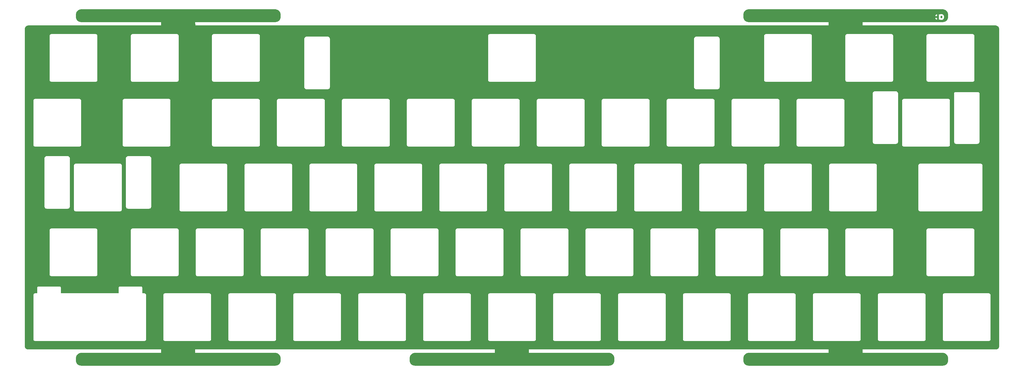
<source format=gbr>
%TF.GenerationSoftware,KiCad,Pcbnew,7.0.1-0*%
%TF.CreationDate,2023-08-02T23:05:50-05:00*%
%TF.ProjectId,plate,706c6174-652e-46b6-9963-61645f706362,rev?*%
%TF.SameCoordinates,Original*%
%TF.FileFunction,Copper,L2,Bot*%
%TF.FilePolarity,Positive*%
%FSLAX46Y46*%
G04 Gerber Fmt 4.6, Leading zero omitted, Abs format (unit mm)*
G04 Created by KiCad (PCBNEW 7.0.1-0) date 2023-08-02 23:05:50*
%MOMM*%
%LPD*%
G01*
G04 APERTURE LIST*
G04 Aperture macros list*
%AMRoundRect*
0 Rectangle with rounded corners*
0 $1 Rounding radius*
0 $2 $3 $4 $5 $6 $7 $8 $9 X,Y pos of 4 corners*
0 Add a 4 corners polygon primitive as box body*
4,1,4,$2,$3,$4,$5,$6,$7,$8,$9,$2,$3,0*
0 Add four circle primitives for the rounded corners*
1,1,$1+$1,$2,$3*
1,1,$1+$1,$4,$5*
1,1,$1+$1,$6,$7*
1,1,$1+$1,$8,$9*
0 Add four rect primitives between the rounded corners*
20,1,$1+$1,$2,$3,$4,$5,0*
20,1,$1+$1,$4,$5,$6,$7,0*
20,1,$1+$1,$6,$7,$8,$9,0*
20,1,$1+$1,$8,$9,$2,$3,0*%
G04 Aperture macros list end*
%TA.AperFunction,SMDPad,CuDef*%
%ADD10RoundRect,0.135000X0.135000X0.185000X-0.135000X0.185000X-0.135000X-0.185000X0.135000X-0.185000X0*%
%TD*%
%TA.AperFunction,ViaPad*%
%ADD11C,0.800000*%
%TD*%
%TA.AperFunction,Conductor*%
%ADD12C,0.250000*%
%TD*%
G04 APERTURE END LIST*
D10*
%TO.P,R1,1*%
%TO.N,unconnected-(R1-Pad1)*%
X256557500Y-41550000D03*
%TO.P,R1,2*%
%TO.N,GND*%
X255537500Y-41550000D03*
%TD*%
D11*
%TO.N,GND*%
X254375000Y-41550000D03*
%TD*%
D12*
%TO.N,GND*%
X255537500Y-41550000D02*
X254375000Y-41550000D01*
%TD*%
%TA.AperFunction,Conductor*%
%TO.N,GND*%
G36*
X257012441Y-39303977D02*
G01*
X257077632Y-39308641D01*
X257078006Y-39308669D01*
X257220446Y-39319880D01*
X257237073Y-39322332D01*
X257326708Y-39341832D01*
X257329182Y-39342398D01*
X257440533Y-39369130D01*
X257454915Y-39373521D01*
X257545911Y-39407462D01*
X257549900Y-39409030D01*
X257650771Y-39450813D01*
X257662727Y-39456534D01*
X257749704Y-39504027D01*
X257755034Y-39507112D01*
X257846406Y-39563104D01*
X257855906Y-39569552D01*
X257935945Y-39629468D01*
X257942158Y-39634438D01*
X257942545Y-39634768D01*
X258023044Y-39703521D01*
X258030193Y-39710129D01*
X258101051Y-39780986D01*
X258107661Y-39788137D01*
X258176771Y-39869055D01*
X258181741Y-39875268D01*
X258241623Y-39955260D01*
X258248062Y-39964748D01*
X258304114Y-40056217D01*
X258307201Y-40061549D01*
X258354627Y-40148401D01*
X258360356Y-40160376D01*
X258402216Y-40261434D01*
X258403836Y-40265552D01*
X258437645Y-40356194D01*
X258442038Y-40370581D01*
X258468883Y-40482396D01*
X258469475Y-40484985D01*
X258488847Y-40574035D01*
X258491299Y-40590664D01*
X258502634Y-40734676D01*
X258502700Y-40735555D01*
X258507209Y-40798564D01*
X258507525Y-40807415D01*
X258507525Y-41548738D01*
X258507209Y-41557582D01*
X258502601Y-41622027D01*
X258502535Y-41622913D01*
X258491300Y-41765651D01*
X258488849Y-41782276D01*
X258469507Y-41871202D01*
X258468914Y-41873794D01*
X258442019Y-41985819D01*
X258437628Y-42000203D01*
X258403977Y-42090431D01*
X258402355Y-42094553D01*
X258360283Y-42196123D01*
X258354556Y-42208094D01*
X258307463Y-42294344D01*
X258304356Y-42299710D01*
X258247901Y-42391836D01*
X258241443Y-42401354D01*
X258182074Y-42480666D01*
X258177095Y-42486890D01*
X258107346Y-42568555D01*
X258100739Y-42575702D01*
X258030595Y-42645849D01*
X258023443Y-42652461D01*
X257941610Y-42722352D01*
X257935393Y-42727326D01*
X257856362Y-42786492D01*
X257846837Y-42792955D01*
X257754164Y-42849744D01*
X257748804Y-42852847D01*
X257663206Y-42899589D01*
X257651230Y-42905319D01*
X257548465Y-42947886D01*
X257544348Y-42949506D01*
X257455398Y-42982685D01*
X257441009Y-42987078D01*
X257326468Y-43014577D01*
X257323880Y-43015169D01*
X257237525Y-43033955D01*
X257220895Y-43036407D01*
X257069526Y-43048320D01*
X257068648Y-43048386D01*
X257013313Y-43052346D01*
X257004462Y-43052662D01*
X233532785Y-43052662D01*
X233532579Y-43052621D01*
X233508025Y-43052621D01*
X233507911Y-43052668D01*
X233507643Y-43052778D01*
X233507640Y-43052780D01*
X233507484Y-43053161D01*
X233507501Y-43077778D01*
X233507496Y-43077778D01*
X233507525Y-43077922D01*
X233507525Y-44028402D01*
X233507484Y-44028608D01*
X233507484Y-44053163D01*
X233507525Y-44053262D01*
X233507528Y-44053268D01*
X233507640Y-44053541D01*
X233507642Y-44053545D01*
X233507643Y-44053546D01*
X233507829Y-44053622D01*
X233508025Y-44053703D01*
X233508027Y-44053701D01*
X233532641Y-44053686D01*
X233532641Y-44053690D01*
X233532785Y-44053662D01*
X272502610Y-44053662D01*
X272513418Y-44054134D01*
X272518055Y-44054539D01*
X272552956Y-44057593D01*
X272554099Y-44057700D01*
X272679781Y-44070078D01*
X272699695Y-44073702D01*
X272764582Y-44091090D01*
X272768404Y-44092182D01*
X272792764Y-44099571D01*
X272859540Y-44119828D01*
X272875948Y-44126106D01*
X272941993Y-44156903D01*
X272948019Y-44159915D01*
X273016435Y-44196484D01*
X273027012Y-44202138D01*
X273039682Y-44209921D01*
X273100998Y-44252855D01*
X273108539Y-44258577D01*
X273176422Y-44314287D01*
X273185437Y-44322457D01*
X273205980Y-44342999D01*
X273238726Y-44375745D01*
X273246895Y-44384758D01*
X273302642Y-44452687D01*
X273308361Y-44460225D01*
X273351245Y-44521467D01*
X273359030Y-44534139D01*
X273401315Y-44613248D01*
X273404338Y-44619295D01*
X273435064Y-44685183D01*
X273441344Y-44701595D01*
X273469075Y-44793014D01*
X273470188Y-44796913D01*
X273487474Y-44861420D01*
X273491103Y-44881362D01*
X273503578Y-45008024D01*
X273503702Y-45009363D01*
X273507052Y-45047626D01*
X273507525Y-45058441D01*
X273507525Y-138297755D01*
X273507053Y-138308560D01*
X273503627Y-138347728D01*
X273503502Y-138349077D01*
X273491102Y-138474973D01*
X273487475Y-138494908D01*
X273470246Y-138559218D01*
X273469131Y-138563124D01*
X273441312Y-138654831D01*
X273435035Y-138671236D01*
X273404507Y-138736710D01*
X273401481Y-138742765D01*
X273358922Y-138822385D01*
X273351142Y-138835049D01*
X273308625Y-138895775D01*
X273302901Y-138903320D01*
X273246635Y-138971881D01*
X273238464Y-138980897D01*
X273185780Y-139033583D01*
X273176763Y-139041755D01*
X273108041Y-139098155D01*
X273100501Y-139103876D01*
X273040065Y-139146196D01*
X273027391Y-139153982D01*
X272947127Y-139196883D01*
X272941084Y-139199904D01*
X272876342Y-139230097D01*
X272859928Y-139236378D01*
X272766671Y-139264667D01*
X272762771Y-139265780D01*
X272700076Y-139282580D01*
X272680136Y-139286209D01*
X272548587Y-139299166D01*
X272547245Y-139299291D01*
X272514128Y-139302190D01*
X272503315Y-139302662D01*
X233532785Y-139302662D01*
X233532579Y-139302621D01*
X233508023Y-139302621D01*
X233507832Y-139302700D01*
X233507644Y-139302777D01*
X233507640Y-139302780D01*
X233507484Y-139303161D01*
X233507501Y-139327778D01*
X233507496Y-139327778D01*
X233507525Y-139327922D01*
X233507525Y-140278402D01*
X233507484Y-140278608D01*
X233507484Y-140303162D01*
X233507525Y-140303261D01*
X233507641Y-140303544D01*
X233507642Y-140303545D01*
X233507643Y-140303546D01*
X233507833Y-140303624D01*
X233508025Y-140303703D01*
X233508027Y-140303701D01*
X233532641Y-140303686D01*
X233532641Y-140303690D01*
X233532785Y-140303662D01*
X257003596Y-140303662D01*
X257012441Y-140303977D01*
X257077632Y-140308641D01*
X257078006Y-140308669D01*
X257220446Y-140319880D01*
X257237073Y-140322332D01*
X257326719Y-140341834D01*
X257329182Y-140342398D01*
X257440533Y-140369130D01*
X257454914Y-140373521D01*
X257463204Y-140376613D01*
X257545911Y-140407462D01*
X257549900Y-140409030D01*
X257650771Y-140450813D01*
X257662727Y-140456534D01*
X257710987Y-140482886D01*
X257749704Y-140504027D01*
X257755034Y-140507112D01*
X257846406Y-140563104D01*
X257855906Y-140569552D01*
X257935945Y-140629468D01*
X257942158Y-140634438D01*
X257942545Y-140634768D01*
X258023044Y-140703521D01*
X258030193Y-140710129D01*
X258101051Y-140780986D01*
X258107661Y-140788137D01*
X258176771Y-140869055D01*
X258181741Y-140875268D01*
X258241623Y-140955260D01*
X258248062Y-140964748D01*
X258304114Y-141056217D01*
X258307201Y-141061549D01*
X258354627Y-141148401D01*
X258360356Y-141160376D01*
X258402216Y-141261434D01*
X258403836Y-141265552D01*
X258437645Y-141356194D01*
X258442038Y-141370581D01*
X258468883Y-141482396D01*
X258469475Y-141484985D01*
X258488847Y-141574035D01*
X258491299Y-141590664D01*
X258502634Y-141734676D01*
X258502700Y-141735555D01*
X258507209Y-141798564D01*
X258507525Y-141807415D01*
X258507525Y-142548738D01*
X258507209Y-142557582D01*
X258502601Y-142622027D01*
X258502535Y-142622913D01*
X258491300Y-142765651D01*
X258488849Y-142782276D01*
X258469507Y-142871202D01*
X258468914Y-142873794D01*
X258442019Y-142985819D01*
X258437628Y-143000203D01*
X258403977Y-143090431D01*
X258402355Y-143094553D01*
X258360283Y-143196123D01*
X258354556Y-143208094D01*
X258307463Y-143294344D01*
X258304356Y-143299710D01*
X258247901Y-143391836D01*
X258241443Y-143401354D01*
X258182074Y-143480666D01*
X258177095Y-143486890D01*
X258107346Y-143568555D01*
X258100739Y-143575702D01*
X258030595Y-143645849D01*
X258023443Y-143652461D01*
X257941610Y-143722352D01*
X257935393Y-143727326D01*
X257856362Y-143786492D01*
X257846837Y-143792955D01*
X257754164Y-143849744D01*
X257748804Y-143852847D01*
X257663206Y-143899589D01*
X257651230Y-143905319D01*
X257548465Y-143947886D01*
X257544348Y-143949506D01*
X257455398Y-143982685D01*
X257441009Y-143987078D01*
X257326468Y-144014577D01*
X257323880Y-144015169D01*
X257237525Y-144033955D01*
X257220895Y-144036407D01*
X257069526Y-144048320D01*
X257068648Y-144048386D01*
X257013313Y-144052346D01*
X257004462Y-144052662D01*
X200012451Y-144052662D01*
X200003606Y-144052346D01*
X199939033Y-144047728D01*
X199938149Y-144047662D01*
X199795562Y-144036440D01*
X199778934Y-144033988D01*
X199689760Y-144014590D01*
X199687170Y-144013998D01*
X199575425Y-143987171D01*
X199561039Y-143982779D01*
X199470531Y-143949022D01*
X199466411Y-143947401D01*
X199406712Y-143922672D01*
X199365163Y-143905462D01*
X199353196Y-143899737D01*
X199328871Y-143886454D01*
X199266597Y-143852450D01*
X199261235Y-143849346D01*
X199169521Y-143793144D01*
X199160006Y-143786688D01*
X199080273Y-143727000D01*
X199074053Y-143722024D01*
X199073927Y-143721916D01*
X198992861Y-143652679D01*
X198985727Y-143646084D01*
X198956527Y-143616884D01*
X198915089Y-143575445D01*
X198908511Y-143568330D01*
X198839162Y-143487132D01*
X198834215Y-143480948D01*
X198774633Y-143401354D01*
X198774483Y-143401153D01*
X198768024Y-143391635D01*
X198767371Y-143390569D01*
X198711876Y-143300009D01*
X198708804Y-143294703D01*
X198661418Y-143207921D01*
X198655705Y-143195979D01*
X198613842Y-143094912D01*
X198612267Y-143090909D01*
X198578387Y-143000070D01*
X198574002Y-142985706D01*
X198547258Y-142874309D01*
X198546718Y-142871950D01*
X198527189Y-142782166D01*
X198524741Y-142765560D01*
X198513635Y-142624447D01*
X198513627Y-142624350D01*
X198508840Y-142557399D01*
X198508525Y-142548559D01*
X198508525Y-141807594D01*
X198508841Y-141798746D01*
X198513425Y-141734676D01*
X198513521Y-141733341D01*
X198513545Y-141733014D01*
X198524741Y-141590762D01*
X198527193Y-141574136D01*
X198527215Y-141574035D01*
X198546744Y-141484269D01*
X198547311Y-141481793D01*
X198573984Y-141370691D01*
X198578368Y-141356333D01*
X198612403Y-141265089D01*
X198613995Y-141261040D01*
X198655633Y-141160518D01*
X198661343Y-141148583D01*
X198709092Y-141061141D01*
X198712093Y-141055959D01*
X198767871Y-140964937D01*
X198774297Y-140955469D01*
X198834564Y-140874965D01*
X198839490Y-140868806D01*
X198908201Y-140788356D01*
X198914743Y-140781279D01*
X198986155Y-140709870D01*
X198993259Y-140703304D01*
X199073525Y-140634750D01*
X199079705Y-140629807D01*
X199160477Y-140569345D01*
X199169952Y-140562915D01*
X199260379Y-140507501D01*
X199265618Y-140504468D01*
X199353701Y-140456373D01*
X199365619Y-140450672D01*
X199464984Y-140409513D01*
X199468965Y-140407947D01*
X199561545Y-140373419D01*
X199575866Y-140369046D01*
X199684599Y-140342942D01*
X199686827Y-140342432D01*
X199779402Y-140322295D01*
X199795998Y-140319849D01*
X199929573Y-140309336D01*
X199930109Y-140309296D01*
X199977550Y-140305904D01*
X200004491Y-140303978D01*
X200013334Y-140303662D01*
X223483265Y-140303662D01*
X223483408Y-140303690D01*
X223483409Y-140303686D01*
X223508022Y-140303701D01*
X223508025Y-140303703D01*
X223508408Y-140303545D01*
X223508525Y-140303261D01*
X223508566Y-140303162D01*
X223508566Y-140278608D01*
X223508525Y-140278402D01*
X223508525Y-139327922D01*
X223508553Y-139327778D01*
X223508549Y-139327778D01*
X223508564Y-139303164D01*
X223508566Y-139303162D01*
X223508486Y-139302970D01*
X223508409Y-139302780D01*
X223508405Y-139302776D01*
X223508219Y-139302700D01*
X223508027Y-139302621D01*
X223483471Y-139302621D01*
X223483265Y-139302662D01*
X135657785Y-139302662D01*
X135657579Y-139302621D01*
X135633023Y-139302621D01*
X135632832Y-139302700D01*
X135632644Y-139302777D01*
X135632640Y-139302780D01*
X135632484Y-139303161D01*
X135632501Y-139327778D01*
X135632496Y-139327778D01*
X135632525Y-139327922D01*
X135632525Y-140278402D01*
X135632484Y-140278608D01*
X135632484Y-140303162D01*
X135632525Y-140303261D01*
X135632641Y-140303544D01*
X135632642Y-140303545D01*
X135632643Y-140303546D01*
X135632833Y-140303624D01*
X135633025Y-140303703D01*
X135633027Y-140303701D01*
X135657641Y-140303686D01*
X135657641Y-140303690D01*
X135657785Y-140303662D01*
X159128596Y-140303662D01*
X159137441Y-140303977D01*
X159202632Y-140308641D01*
X159203006Y-140308669D01*
X159345446Y-140319880D01*
X159362073Y-140322332D01*
X159451719Y-140341834D01*
X159454182Y-140342398D01*
X159565533Y-140369130D01*
X159579914Y-140373521D01*
X159588204Y-140376613D01*
X159670911Y-140407462D01*
X159674900Y-140409030D01*
X159775771Y-140450813D01*
X159787727Y-140456534D01*
X159835987Y-140482886D01*
X159874704Y-140504027D01*
X159880034Y-140507112D01*
X159971406Y-140563104D01*
X159980906Y-140569552D01*
X160060945Y-140629468D01*
X160067158Y-140634438D01*
X160067545Y-140634768D01*
X160148044Y-140703521D01*
X160155193Y-140710129D01*
X160226051Y-140780986D01*
X160232661Y-140788137D01*
X160301771Y-140869055D01*
X160306741Y-140875268D01*
X160366623Y-140955260D01*
X160373062Y-140964748D01*
X160429114Y-141056217D01*
X160432201Y-141061549D01*
X160479627Y-141148401D01*
X160485356Y-141160376D01*
X160527216Y-141261434D01*
X160528836Y-141265552D01*
X160562645Y-141356194D01*
X160567038Y-141370581D01*
X160593883Y-141482396D01*
X160594475Y-141484985D01*
X160613847Y-141574035D01*
X160616299Y-141590664D01*
X160627634Y-141734676D01*
X160627700Y-141735555D01*
X160632209Y-141798564D01*
X160632525Y-141807415D01*
X160632525Y-142548738D01*
X160632209Y-142557582D01*
X160627601Y-142622027D01*
X160627535Y-142622913D01*
X160616300Y-142765651D01*
X160613849Y-142782276D01*
X160594507Y-142871202D01*
X160593914Y-142873794D01*
X160567019Y-142985819D01*
X160562628Y-143000203D01*
X160528977Y-143090431D01*
X160527355Y-143094553D01*
X160485283Y-143196123D01*
X160479556Y-143208094D01*
X160432463Y-143294344D01*
X160429356Y-143299710D01*
X160372901Y-143391836D01*
X160366443Y-143401354D01*
X160307074Y-143480666D01*
X160302095Y-143486890D01*
X160232346Y-143568555D01*
X160225739Y-143575702D01*
X160155595Y-143645849D01*
X160148443Y-143652461D01*
X160066610Y-143722352D01*
X160060393Y-143727326D01*
X159981362Y-143786492D01*
X159971837Y-143792955D01*
X159879164Y-143849744D01*
X159873804Y-143852847D01*
X159788206Y-143899589D01*
X159776230Y-143905319D01*
X159673465Y-143947886D01*
X159669348Y-143949506D01*
X159580398Y-143982685D01*
X159566009Y-143987078D01*
X159451468Y-144014577D01*
X159448880Y-144015169D01*
X159362525Y-144033955D01*
X159345895Y-144036407D01*
X159194526Y-144048320D01*
X159193648Y-144048386D01*
X159138313Y-144052346D01*
X159129462Y-144052662D01*
X102137451Y-144052662D01*
X102128606Y-144052346D01*
X102064033Y-144047728D01*
X102063149Y-144047662D01*
X101920562Y-144036440D01*
X101903934Y-144033988D01*
X101814760Y-144014590D01*
X101812170Y-144013998D01*
X101700425Y-143987171D01*
X101686039Y-143982779D01*
X101595531Y-143949022D01*
X101591411Y-143947401D01*
X101531712Y-143922672D01*
X101490163Y-143905462D01*
X101478196Y-143899737D01*
X101453871Y-143886454D01*
X101391597Y-143852450D01*
X101386235Y-143849346D01*
X101294521Y-143793144D01*
X101285006Y-143786688D01*
X101205273Y-143727000D01*
X101199053Y-143722024D01*
X101198927Y-143721916D01*
X101117861Y-143652679D01*
X101110727Y-143646084D01*
X101081527Y-143616884D01*
X101040089Y-143575445D01*
X101033511Y-143568330D01*
X100964162Y-143487132D01*
X100959215Y-143480948D01*
X100899633Y-143401354D01*
X100899483Y-143401153D01*
X100893024Y-143391635D01*
X100892371Y-143390569D01*
X100836876Y-143300009D01*
X100833804Y-143294703D01*
X100786418Y-143207921D01*
X100780705Y-143195979D01*
X100738842Y-143094912D01*
X100737267Y-143090909D01*
X100703387Y-143000070D01*
X100699002Y-142985706D01*
X100672258Y-142874309D01*
X100671718Y-142871950D01*
X100652189Y-142782166D01*
X100649741Y-142765560D01*
X100638635Y-142624447D01*
X100638627Y-142624350D01*
X100633840Y-142557399D01*
X100633525Y-142548559D01*
X100633525Y-141807594D01*
X100633841Y-141798746D01*
X100638425Y-141734676D01*
X100638521Y-141733341D01*
X100638545Y-141733014D01*
X100649741Y-141590762D01*
X100652193Y-141574136D01*
X100652215Y-141574035D01*
X100671744Y-141484269D01*
X100672311Y-141481793D01*
X100698984Y-141370691D01*
X100703368Y-141356333D01*
X100737403Y-141265089D01*
X100738995Y-141261040D01*
X100780633Y-141160518D01*
X100786343Y-141148583D01*
X100834092Y-141061141D01*
X100837093Y-141055959D01*
X100892871Y-140964937D01*
X100899297Y-140955469D01*
X100959564Y-140874965D01*
X100964490Y-140868806D01*
X101033201Y-140788356D01*
X101039743Y-140781279D01*
X101111155Y-140709870D01*
X101118259Y-140703304D01*
X101198525Y-140634750D01*
X101204705Y-140629807D01*
X101285477Y-140569345D01*
X101294952Y-140562915D01*
X101385379Y-140507501D01*
X101390618Y-140504468D01*
X101478701Y-140456373D01*
X101490619Y-140450672D01*
X101589984Y-140409513D01*
X101593965Y-140407947D01*
X101686545Y-140373419D01*
X101700866Y-140369046D01*
X101809599Y-140342942D01*
X101811827Y-140342432D01*
X101904402Y-140322295D01*
X101920998Y-140319849D01*
X102054573Y-140309336D01*
X102055109Y-140309296D01*
X102102550Y-140305904D01*
X102129491Y-140303978D01*
X102138334Y-140303662D01*
X125608265Y-140303662D01*
X125608408Y-140303690D01*
X125608409Y-140303686D01*
X125633022Y-140303701D01*
X125633025Y-140303703D01*
X125633408Y-140303545D01*
X125633525Y-140303261D01*
X125633566Y-140303162D01*
X125633566Y-140278608D01*
X125633525Y-140278402D01*
X125633525Y-139327922D01*
X125633553Y-139327778D01*
X125633549Y-139327778D01*
X125633564Y-139303164D01*
X125633566Y-139303162D01*
X125633486Y-139302970D01*
X125633409Y-139302780D01*
X125633405Y-139302776D01*
X125633219Y-139302700D01*
X125633027Y-139302621D01*
X125608471Y-139302621D01*
X125608265Y-139302662D01*
X37782785Y-139302662D01*
X37782579Y-139302621D01*
X37758023Y-139302621D01*
X37757832Y-139302700D01*
X37757644Y-139302777D01*
X37757640Y-139302780D01*
X37757484Y-139303161D01*
X37757501Y-139327778D01*
X37757496Y-139327778D01*
X37757525Y-139327922D01*
X37757525Y-140278402D01*
X37757484Y-140278608D01*
X37757484Y-140303162D01*
X37757525Y-140303261D01*
X37757641Y-140303544D01*
X37757642Y-140303545D01*
X37757643Y-140303546D01*
X37757833Y-140303624D01*
X37758025Y-140303703D01*
X37758027Y-140303701D01*
X37782641Y-140303686D01*
X37782641Y-140303690D01*
X37782785Y-140303662D01*
X61253596Y-140303662D01*
X61262441Y-140303977D01*
X61327632Y-140308641D01*
X61328006Y-140308669D01*
X61470446Y-140319880D01*
X61487073Y-140322332D01*
X61576719Y-140341834D01*
X61579182Y-140342398D01*
X61690533Y-140369130D01*
X61704914Y-140373521D01*
X61713204Y-140376613D01*
X61795911Y-140407462D01*
X61799900Y-140409030D01*
X61900771Y-140450813D01*
X61912727Y-140456534D01*
X61960987Y-140482886D01*
X61999704Y-140504027D01*
X62005034Y-140507112D01*
X62096406Y-140563104D01*
X62105906Y-140569552D01*
X62185945Y-140629468D01*
X62192158Y-140634438D01*
X62192545Y-140634768D01*
X62273044Y-140703521D01*
X62280193Y-140710129D01*
X62351051Y-140780986D01*
X62357661Y-140788137D01*
X62426771Y-140869055D01*
X62431741Y-140875268D01*
X62491623Y-140955260D01*
X62498062Y-140964748D01*
X62554114Y-141056217D01*
X62557201Y-141061549D01*
X62604627Y-141148401D01*
X62610356Y-141160376D01*
X62652216Y-141261434D01*
X62653836Y-141265552D01*
X62687645Y-141356194D01*
X62692038Y-141370581D01*
X62718883Y-141482396D01*
X62719475Y-141484985D01*
X62738847Y-141574035D01*
X62741299Y-141590664D01*
X62752634Y-141734676D01*
X62752700Y-141735555D01*
X62757209Y-141798564D01*
X62757525Y-141807415D01*
X62757525Y-142548738D01*
X62757209Y-142557582D01*
X62752601Y-142622027D01*
X62752535Y-142622913D01*
X62741300Y-142765651D01*
X62738849Y-142782276D01*
X62719507Y-142871202D01*
X62718914Y-142873794D01*
X62692019Y-142985819D01*
X62687628Y-143000203D01*
X62653977Y-143090431D01*
X62652355Y-143094553D01*
X62610283Y-143196123D01*
X62604556Y-143208094D01*
X62557463Y-143294344D01*
X62554356Y-143299710D01*
X62497901Y-143391836D01*
X62491443Y-143401354D01*
X62432074Y-143480666D01*
X62427095Y-143486890D01*
X62357346Y-143568555D01*
X62350739Y-143575702D01*
X62280595Y-143645849D01*
X62273443Y-143652461D01*
X62191610Y-143722352D01*
X62185393Y-143727326D01*
X62106362Y-143786492D01*
X62096837Y-143792955D01*
X62004164Y-143849744D01*
X61998804Y-143852847D01*
X61913206Y-143899589D01*
X61901230Y-143905319D01*
X61798465Y-143947886D01*
X61794348Y-143949506D01*
X61705398Y-143982685D01*
X61691009Y-143987078D01*
X61576468Y-144014577D01*
X61573880Y-144015169D01*
X61487525Y-144033955D01*
X61470895Y-144036407D01*
X61319526Y-144048320D01*
X61318648Y-144048386D01*
X61263313Y-144052346D01*
X61254462Y-144052662D01*
X4262453Y-144052662D01*
X4253608Y-144052346D01*
X4243600Y-144051630D01*
X4188882Y-144047716D01*
X4188001Y-144047650D01*
X4045583Y-144036441D01*
X4028954Y-144033989D01*
X3939571Y-144014545D01*
X3936982Y-144013953D01*
X3825482Y-143987184D01*
X3811096Y-143982792D01*
X3720320Y-143948935D01*
X3716227Y-143947325D01*
X3615244Y-143905496D01*
X3603271Y-143899767D01*
X3516429Y-143852348D01*
X3511066Y-143849243D01*
X3419619Y-143793204D01*
X3410098Y-143786744D01*
X3409761Y-143786492D01*
X3330147Y-143726893D01*
X3323939Y-143721927D01*
X3242960Y-143652764D01*
X3235821Y-143646164D01*
X3165027Y-143575370D01*
X3158418Y-143568221D01*
X3089253Y-143487239D01*
X3084304Y-143481053D01*
X3024445Y-143401091D01*
X3017986Y-143391572D01*
X2961942Y-143300118D01*
X2958858Y-143294791D01*
X2911407Y-143207891D01*
X2905685Y-143195930D01*
X2863879Y-143095001D01*
X2862280Y-143090938D01*
X2828388Y-143000070D01*
X2823997Y-142985686D01*
X2797242Y-142874243D01*
X2796685Y-142871807D01*
X2777194Y-142782210D01*
X2774743Y-142765583D01*
X2763542Y-142623268D01*
X2758841Y-142557537D01*
X2758525Y-142548693D01*
X2758525Y-141807588D01*
X2758841Y-141798743D01*
X2763360Y-141735555D01*
X2763479Y-141733880D01*
X2763520Y-141733341D01*
X2774746Y-141590700D01*
X2777195Y-141574092D01*
X2796642Y-141484695D01*
X2797207Y-141482227D01*
X2824011Y-141370578D01*
X2828391Y-141356233D01*
X2862227Y-141265515D01*
X2863833Y-141261434D01*
X2905714Y-141160324D01*
X2911415Y-141148407D01*
X2958809Y-141061611D01*
X2961879Y-141056309D01*
X3018030Y-140964677D01*
X3024447Y-140955221D01*
X3084268Y-140875310D01*
X3089187Y-140869161D01*
X3158474Y-140788037D01*
X3165046Y-140780927D01*
X3235783Y-140710189D01*
X3242893Y-140703616D01*
X3324047Y-140634305D01*
X3330194Y-140629387D01*
X3410064Y-140569597D01*
X3419533Y-140563172D01*
X3511222Y-140506985D01*
X3516502Y-140503928D01*
X3603238Y-140456566D01*
X3615162Y-140450861D01*
X3716473Y-140408896D01*
X3720403Y-140407350D01*
X3811058Y-140373537D01*
X3825407Y-140369156D01*
X3937464Y-140342254D01*
X3939713Y-140341740D01*
X4028917Y-140322334D01*
X4045517Y-140319887D01*
X4189079Y-140308588D01*
X4189738Y-140308539D01*
X4240660Y-140304896D01*
X4253510Y-140303978D01*
X4262355Y-140303662D01*
X27733265Y-140303662D01*
X27733408Y-140303690D01*
X27733409Y-140303686D01*
X27758022Y-140303701D01*
X27758025Y-140303703D01*
X27758408Y-140303545D01*
X27758525Y-140303261D01*
X27758566Y-140303162D01*
X27758566Y-140278608D01*
X27758525Y-140278402D01*
X27758525Y-139327922D01*
X27758553Y-139327778D01*
X27758549Y-139327778D01*
X27758564Y-139303164D01*
X27758566Y-139303162D01*
X27758487Y-139302970D01*
X27758409Y-139302780D01*
X27758405Y-139302776D01*
X27758219Y-139302700D01*
X27758027Y-139302621D01*
X27733471Y-139302621D01*
X27733265Y-139302662D01*
X-11236559Y-139302662D01*
X-11247367Y-139302190D01*
X-11251735Y-139301808D01*
X-11286751Y-139298743D01*
X-11288091Y-139298618D01*
X-11413734Y-139286244D01*
X-11433674Y-139282616D01*
X-11498341Y-139265289D01*
X-11502244Y-139264175D01*
X-11593538Y-139236481D01*
X-11609947Y-139230202D01*
X-11675807Y-139199491D01*
X-11681855Y-139196467D01*
X-11761031Y-139154147D01*
X-11773702Y-139146363D01*
X-11834856Y-139103542D01*
X-11842397Y-139097821D01*
X-11910436Y-139041983D01*
X-11919452Y-139033811D01*
X-11972624Y-138980639D01*
X-11980796Y-138971623D01*
X-12036634Y-138903584D01*
X-12042355Y-138896043D01*
X-12085176Y-138834889D01*
X-12092960Y-138822218D01*
X-12135280Y-138743042D01*
X-12138304Y-138736994D01*
X-12169015Y-138671134D01*
X-12175294Y-138654725D01*
X-12202988Y-138563431D01*
X-12204102Y-138559528D01*
X-12221429Y-138494861D01*
X-12225057Y-138474921D01*
X-12237431Y-138349278D01*
X-12237556Y-138347938D01*
X-12241003Y-138308559D01*
X-12241475Y-138297746D01*
X-12241475Y-136334555D01*
X-9717475Y-136334555D01*
X-9692378Y-136444513D01*
X-9643442Y-136546129D01*
X-9573121Y-136634308D01*
X-9484942Y-136704629D01*
X-9383326Y-136753565D01*
X-9332621Y-136765138D01*
X-9273369Y-136778662D01*
X-9273368Y-136778662D01*
X-9217074Y-136778662D01*
X-9216975Y-136778662D01*
X-9216475Y-136778662D01*
X22781601Y-136778662D01*
X22781932Y-136778727D01*
X22833025Y-136778724D01*
X22833025Y-136778725D01*
X22889422Y-136778722D01*
X22999385Y-136753617D01*
X23101006Y-136704672D01*
X23189186Y-136634342D01*
X23259506Y-136546152D01*
X23308438Y-136444525D01*
X23333529Y-136334559D01*
X23333527Y-136301400D01*
X28382525Y-136301400D01*
X28382535Y-136301456D01*
X28382533Y-136334552D01*
X28382534Y-136334555D01*
X28407625Y-136444515D01*
X28407626Y-136444517D01*
X28456555Y-136546131D01*
X28456556Y-136546132D01*
X28456557Y-136546134D01*
X28526876Y-136634315D01*
X28526877Y-136634316D01*
X28570024Y-136668725D01*
X28615055Y-136704636D01*
X28716673Y-136753571D01*
X28826632Y-136778665D01*
X28883025Y-136778662D01*
X28883525Y-136778662D01*
X41831601Y-136778662D01*
X41831932Y-136778727D01*
X41883025Y-136778724D01*
X41883025Y-136778725D01*
X41939422Y-136778722D01*
X42049385Y-136753617D01*
X42151006Y-136704672D01*
X42239186Y-136634342D01*
X42309506Y-136546152D01*
X42358438Y-136444525D01*
X42383529Y-136334559D01*
X42383527Y-136301400D01*
X47432525Y-136301400D01*
X47432535Y-136301456D01*
X47432533Y-136334552D01*
X47432534Y-136334555D01*
X47457625Y-136444515D01*
X47457626Y-136444517D01*
X47506555Y-136546131D01*
X47506556Y-136546132D01*
X47506557Y-136546134D01*
X47576876Y-136634315D01*
X47576877Y-136634316D01*
X47620024Y-136668725D01*
X47665055Y-136704636D01*
X47766673Y-136753571D01*
X47876632Y-136778665D01*
X47933025Y-136778662D01*
X47933525Y-136778662D01*
X60881601Y-136778662D01*
X60881932Y-136778727D01*
X60933025Y-136778724D01*
X60933025Y-136778725D01*
X60989422Y-136778722D01*
X61099385Y-136753617D01*
X61201006Y-136704672D01*
X61289186Y-136634342D01*
X61359506Y-136546152D01*
X61408438Y-136444525D01*
X61433529Y-136334559D01*
X61433527Y-136301400D01*
X66482525Y-136301400D01*
X66482535Y-136301456D01*
X66482533Y-136334552D01*
X66482534Y-136334555D01*
X66507625Y-136444515D01*
X66507626Y-136444517D01*
X66556555Y-136546131D01*
X66556556Y-136546132D01*
X66556557Y-136546134D01*
X66626876Y-136634315D01*
X66626877Y-136634316D01*
X66670024Y-136668725D01*
X66715055Y-136704636D01*
X66816673Y-136753571D01*
X66926632Y-136778665D01*
X66983025Y-136778662D01*
X66983525Y-136778662D01*
X79931601Y-136778662D01*
X79931932Y-136778727D01*
X79983025Y-136778724D01*
X79983025Y-136778725D01*
X80039422Y-136778722D01*
X80149385Y-136753617D01*
X80251006Y-136704672D01*
X80339186Y-136634342D01*
X80409506Y-136546152D01*
X80458438Y-136444525D01*
X80483529Y-136334559D01*
X80483527Y-136301400D01*
X85532525Y-136301400D01*
X85532535Y-136301456D01*
X85532533Y-136334552D01*
X85532534Y-136334555D01*
X85557625Y-136444515D01*
X85557626Y-136444517D01*
X85606555Y-136546131D01*
X85606556Y-136546132D01*
X85606557Y-136546134D01*
X85676876Y-136634315D01*
X85676877Y-136634316D01*
X85720024Y-136668725D01*
X85765055Y-136704636D01*
X85866673Y-136753571D01*
X85976632Y-136778665D01*
X86033025Y-136778662D01*
X86033525Y-136778662D01*
X98981601Y-136778662D01*
X98981932Y-136778727D01*
X99033025Y-136778724D01*
X99033025Y-136778725D01*
X99089422Y-136778722D01*
X99199385Y-136753617D01*
X99301006Y-136704672D01*
X99389186Y-136634342D01*
X99459506Y-136546152D01*
X99508438Y-136444525D01*
X99533529Y-136334559D01*
X99533527Y-136301400D01*
X104582525Y-136301400D01*
X104582535Y-136301456D01*
X104582533Y-136334552D01*
X104582534Y-136334555D01*
X104607625Y-136444515D01*
X104607626Y-136444517D01*
X104656555Y-136546131D01*
X104656556Y-136546132D01*
X104656557Y-136546134D01*
X104726876Y-136634315D01*
X104726877Y-136634316D01*
X104770024Y-136668725D01*
X104815055Y-136704636D01*
X104916673Y-136753571D01*
X105026632Y-136778665D01*
X105083025Y-136778662D01*
X105083525Y-136778662D01*
X118031601Y-136778662D01*
X118031932Y-136778727D01*
X118083025Y-136778724D01*
X118083025Y-136778725D01*
X118139422Y-136778722D01*
X118249385Y-136753617D01*
X118351006Y-136704672D01*
X118439186Y-136634342D01*
X118509506Y-136546152D01*
X118558438Y-136444525D01*
X118583529Y-136334559D01*
X118583527Y-136301400D01*
X123632525Y-136301400D01*
X123632535Y-136301456D01*
X123632533Y-136334552D01*
X123632534Y-136334555D01*
X123657625Y-136444515D01*
X123657626Y-136444517D01*
X123706555Y-136546131D01*
X123706556Y-136546132D01*
X123706557Y-136546134D01*
X123776876Y-136634315D01*
X123776877Y-136634316D01*
X123820024Y-136668725D01*
X123865055Y-136704636D01*
X123966673Y-136753571D01*
X124076632Y-136778665D01*
X124133025Y-136778662D01*
X124133525Y-136778662D01*
X137081601Y-136778662D01*
X137081932Y-136778727D01*
X137133025Y-136778724D01*
X137133025Y-136778725D01*
X137189422Y-136778722D01*
X137299385Y-136753617D01*
X137401006Y-136704672D01*
X137489186Y-136634342D01*
X137559506Y-136546152D01*
X137608438Y-136444525D01*
X137633529Y-136334559D01*
X137633527Y-136301400D01*
X142682525Y-136301400D01*
X142682535Y-136301456D01*
X142682533Y-136334552D01*
X142682534Y-136334555D01*
X142707625Y-136444515D01*
X142707626Y-136444517D01*
X142756555Y-136546131D01*
X142756556Y-136546132D01*
X142756557Y-136546134D01*
X142826876Y-136634315D01*
X142826877Y-136634316D01*
X142870024Y-136668725D01*
X142915055Y-136704636D01*
X143016673Y-136753571D01*
X143126632Y-136778665D01*
X143183025Y-136778662D01*
X143183525Y-136778662D01*
X156131601Y-136778662D01*
X156131932Y-136778727D01*
X156183025Y-136778724D01*
X156183025Y-136778725D01*
X156239422Y-136778722D01*
X156349385Y-136753617D01*
X156451006Y-136704672D01*
X156539186Y-136634342D01*
X156609506Y-136546152D01*
X156658438Y-136444525D01*
X156683529Y-136334559D01*
X156683527Y-136301400D01*
X161732525Y-136301400D01*
X161732535Y-136301456D01*
X161732533Y-136334552D01*
X161732534Y-136334555D01*
X161757625Y-136444515D01*
X161757626Y-136444517D01*
X161806555Y-136546131D01*
X161806556Y-136546132D01*
X161806557Y-136546134D01*
X161876876Y-136634315D01*
X161876877Y-136634316D01*
X161920024Y-136668725D01*
X161965055Y-136704636D01*
X162066673Y-136753571D01*
X162176632Y-136778665D01*
X162233025Y-136778662D01*
X162233525Y-136778662D01*
X175181601Y-136778662D01*
X175181932Y-136778727D01*
X175233025Y-136778724D01*
X175233025Y-136778725D01*
X175289422Y-136778722D01*
X175399385Y-136753617D01*
X175501006Y-136704672D01*
X175589186Y-136634342D01*
X175659506Y-136546152D01*
X175708438Y-136444525D01*
X175733529Y-136334559D01*
X175733527Y-136301400D01*
X180782525Y-136301400D01*
X180782535Y-136301456D01*
X180782533Y-136334552D01*
X180782534Y-136334555D01*
X180807625Y-136444515D01*
X180807626Y-136444517D01*
X180856555Y-136546131D01*
X180856556Y-136546132D01*
X180856557Y-136546134D01*
X180926876Y-136634315D01*
X180926877Y-136634316D01*
X180970024Y-136668725D01*
X181015055Y-136704636D01*
X181116673Y-136753571D01*
X181226632Y-136778665D01*
X181283025Y-136778662D01*
X181283525Y-136778662D01*
X194231601Y-136778662D01*
X194231932Y-136778727D01*
X194283025Y-136778724D01*
X194283025Y-136778725D01*
X194339422Y-136778722D01*
X194449385Y-136753617D01*
X194551006Y-136704672D01*
X194639186Y-136634342D01*
X194709506Y-136546152D01*
X194758438Y-136444525D01*
X194783529Y-136334559D01*
X194783527Y-136301400D01*
X199832525Y-136301400D01*
X199832535Y-136301456D01*
X199832533Y-136334552D01*
X199832534Y-136334555D01*
X199857625Y-136444515D01*
X199857626Y-136444517D01*
X199906555Y-136546131D01*
X199906556Y-136546132D01*
X199906557Y-136546134D01*
X199976876Y-136634315D01*
X199976877Y-136634316D01*
X200020024Y-136668725D01*
X200065055Y-136704636D01*
X200166673Y-136753571D01*
X200276632Y-136778665D01*
X200333025Y-136778662D01*
X200333525Y-136778662D01*
X213281601Y-136778662D01*
X213281932Y-136778727D01*
X213333025Y-136778724D01*
X213333025Y-136778725D01*
X213389422Y-136778722D01*
X213499385Y-136753617D01*
X213601006Y-136704672D01*
X213689186Y-136634342D01*
X213759506Y-136546152D01*
X213808438Y-136444525D01*
X213833529Y-136334559D01*
X213833527Y-136301400D01*
X218882525Y-136301400D01*
X218882535Y-136301456D01*
X218882533Y-136334552D01*
X218882534Y-136334555D01*
X218907625Y-136444515D01*
X218907626Y-136444517D01*
X218956555Y-136546131D01*
X218956556Y-136546132D01*
X218956557Y-136546134D01*
X219026876Y-136634315D01*
X219026877Y-136634316D01*
X219070024Y-136668725D01*
X219115055Y-136704636D01*
X219216673Y-136753571D01*
X219326632Y-136778665D01*
X219383025Y-136778662D01*
X219383525Y-136778662D01*
X232331601Y-136778662D01*
X232331932Y-136778727D01*
X232383025Y-136778724D01*
X232383025Y-136778725D01*
X232439422Y-136778722D01*
X232549385Y-136753617D01*
X232651006Y-136704672D01*
X232739186Y-136634342D01*
X232809506Y-136546152D01*
X232858438Y-136444525D01*
X232883529Y-136334559D01*
X232883527Y-136301400D01*
X237932525Y-136301400D01*
X237932535Y-136301456D01*
X237932533Y-136334552D01*
X237932534Y-136334555D01*
X237957625Y-136444515D01*
X237957626Y-136444517D01*
X238006555Y-136546131D01*
X238006556Y-136546132D01*
X238006557Y-136546134D01*
X238076876Y-136634315D01*
X238076877Y-136634316D01*
X238120024Y-136668725D01*
X238165055Y-136704636D01*
X238266673Y-136753571D01*
X238376632Y-136778665D01*
X238433025Y-136778662D01*
X238433525Y-136778662D01*
X251381601Y-136778662D01*
X251381932Y-136778727D01*
X251433025Y-136778724D01*
X251433025Y-136778725D01*
X251489422Y-136778722D01*
X251599385Y-136753617D01*
X251701006Y-136704672D01*
X251789186Y-136634342D01*
X251859506Y-136546152D01*
X251908438Y-136444525D01*
X251933529Y-136334559D01*
X251933527Y-136301400D01*
X256982525Y-136301400D01*
X256982535Y-136301456D01*
X256982533Y-136334552D01*
X256982534Y-136334555D01*
X257007625Y-136444515D01*
X257007626Y-136444517D01*
X257056555Y-136546131D01*
X257056556Y-136546132D01*
X257056557Y-136546134D01*
X257126876Y-136634315D01*
X257126877Y-136634316D01*
X257170024Y-136668725D01*
X257215055Y-136704636D01*
X257316673Y-136753571D01*
X257426632Y-136778665D01*
X257483025Y-136778662D01*
X257483525Y-136778662D01*
X270431601Y-136778662D01*
X270431932Y-136778727D01*
X270483025Y-136778724D01*
X270483025Y-136778725D01*
X270539422Y-136778722D01*
X270649385Y-136753617D01*
X270751006Y-136704672D01*
X270839186Y-136634342D01*
X270909506Y-136546152D01*
X270958438Y-136444525D01*
X270983529Y-136334559D01*
X270983525Y-136278162D01*
X270983525Y-136277662D01*
X270983525Y-123329535D01*
X270983541Y-123329449D01*
X270983534Y-123221771D01*
X270983534Y-123221769D01*
X270958431Y-123111813D01*
X270909491Y-123010200D01*
X270839169Y-122922022D01*
X270796051Y-122887637D01*
X270750990Y-122851702D01*
X270716230Y-122834962D01*
X270649374Y-122802765D01*
X270649343Y-122802758D01*
X270539418Y-122777665D01*
X270483124Y-122777662D01*
X257482926Y-122777662D01*
X257458917Y-122777662D01*
X257458601Y-122777723D01*
X257426638Y-122777722D01*
X257426637Y-122777722D01*
X257316684Y-122802811D01*
X257316682Y-122802811D01*
X257316681Y-122802812D01*
X257215074Y-122851736D01*
X257126893Y-122922049D01*
X257056572Y-123010217D01*
X257007632Y-123111824D01*
X256982529Y-123221772D01*
X256982525Y-123278062D01*
X256982525Y-136301400D01*
X251933527Y-136301400D01*
X251933525Y-136278162D01*
X251933525Y-136277662D01*
X251933525Y-123329535D01*
X251933541Y-123329449D01*
X251933534Y-123221771D01*
X251933534Y-123221769D01*
X251908431Y-123111813D01*
X251859491Y-123010200D01*
X251789169Y-122922022D01*
X251746051Y-122887637D01*
X251700990Y-122851702D01*
X251666230Y-122834962D01*
X251599374Y-122802765D01*
X251599343Y-122802758D01*
X251489418Y-122777665D01*
X251433124Y-122777662D01*
X238432926Y-122777662D01*
X238408917Y-122777662D01*
X238408601Y-122777723D01*
X238376638Y-122777722D01*
X238376637Y-122777722D01*
X238266684Y-122802811D01*
X238266682Y-122802811D01*
X238266681Y-122802812D01*
X238165074Y-122851736D01*
X238076893Y-122922049D01*
X238006572Y-123010217D01*
X237957632Y-123111824D01*
X237932529Y-123221772D01*
X237932525Y-123278062D01*
X237932525Y-136301400D01*
X232883527Y-136301400D01*
X232883525Y-136278162D01*
X232883525Y-136277662D01*
X232883525Y-123329535D01*
X232883541Y-123329449D01*
X232883534Y-123221771D01*
X232883534Y-123221769D01*
X232858431Y-123111813D01*
X232809491Y-123010200D01*
X232739169Y-122922022D01*
X232696051Y-122887637D01*
X232650990Y-122851702D01*
X232616230Y-122834962D01*
X232549374Y-122802765D01*
X232549343Y-122802758D01*
X232439418Y-122777665D01*
X232383124Y-122777662D01*
X219382926Y-122777662D01*
X219358917Y-122777662D01*
X219358601Y-122777723D01*
X219326638Y-122777722D01*
X219326637Y-122777722D01*
X219216684Y-122802811D01*
X219216682Y-122802811D01*
X219216681Y-122802812D01*
X219115074Y-122851736D01*
X219026893Y-122922049D01*
X218956572Y-123010217D01*
X218907632Y-123111824D01*
X218882529Y-123221772D01*
X218882525Y-123278062D01*
X218882525Y-136301400D01*
X213833527Y-136301400D01*
X213833525Y-136278162D01*
X213833525Y-136277662D01*
X213833525Y-123329535D01*
X213833541Y-123329449D01*
X213833534Y-123221771D01*
X213833534Y-123221769D01*
X213808431Y-123111813D01*
X213759491Y-123010200D01*
X213689169Y-122922022D01*
X213646051Y-122887637D01*
X213600990Y-122851702D01*
X213566230Y-122834962D01*
X213499374Y-122802765D01*
X213499343Y-122802758D01*
X213389418Y-122777665D01*
X213333124Y-122777662D01*
X200332926Y-122777662D01*
X200308917Y-122777662D01*
X200308601Y-122777723D01*
X200276638Y-122777722D01*
X200276637Y-122777722D01*
X200166684Y-122802811D01*
X200166682Y-122802811D01*
X200166681Y-122802812D01*
X200065074Y-122851736D01*
X199976893Y-122922049D01*
X199906572Y-123010217D01*
X199857632Y-123111824D01*
X199832529Y-123221772D01*
X199832525Y-123278062D01*
X199832525Y-136301400D01*
X194783527Y-136301400D01*
X194783525Y-136278162D01*
X194783525Y-136277662D01*
X194783525Y-123329535D01*
X194783541Y-123329449D01*
X194783534Y-123221771D01*
X194783534Y-123221769D01*
X194758431Y-123111813D01*
X194709491Y-123010200D01*
X194639169Y-122922022D01*
X194596051Y-122887637D01*
X194550990Y-122851702D01*
X194516230Y-122834962D01*
X194449374Y-122802765D01*
X194449343Y-122802758D01*
X194339418Y-122777665D01*
X194283124Y-122777662D01*
X181282926Y-122777662D01*
X181258917Y-122777662D01*
X181258601Y-122777723D01*
X181226638Y-122777722D01*
X181226637Y-122777722D01*
X181116684Y-122802811D01*
X181116682Y-122802811D01*
X181116681Y-122802812D01*
X181015074Y-122851736D01*
X180926893Y-122922049D01*
X180856572Y-123010217D01*
X180807632Y-123111824D01*
X180782529Y-123221772D01*
X180782525Y-123278062D01*
X180782525Y-136301400D01*
X175733527Y-136301400D01*
X175733525Y-136278162D01*
X175733525Y-136277662D01*
X175733525Y-123329535D01*
X175733541Y-123329449D01*
X175733534Y-123221771D01*
X175733534Y-123221769D01*
X175708431Y-123111813D01*
X175659491Y-123010200D01*
X175589169Y-122922022D01*
X175546051Y-122887637D01*
X175500990Y-122851702D01*
X175466230Y-122834962D01*
X175399374Y-122802765D01*
X175399343Y-122802758D01*
X175289418Y-122777665D01*
X175233124Y-122777662D01*
X162232926Y-122777662D01*
X162208917Y-122777662D01*
X162208601Y-122777723D01*
X162176638Y-122777722D01*
X162176637Y-122777722D01*
X162066684Y-122802811D01*
X162066682Y-122802811D01*
X162066681Y-122802812D01*
X161965074Y-122851736D01*
X161876893Y-122922049D01*
X161806572Y-123010217D01*
X161757632Y-123111824D01*
X161732529Y-123221772D01*
X161732525Y-123278062D01*
X161732525Y-136301400D01*
X156683527Y-136301400D01*
X156683525Y-136278162D01*
X156683525Y-136277662D01*
X156683525Y-123329535D01*
X156683541Y-123329449D01*
X156683534Y-123221771D01*
X156683534Y-123221769D01*
X156658431Y-123111813D01*
X156609491Y-123010200D01*
X156539169Y-122922022D01*
X156496051Y-122887637D01*
X156450990Y-122851702D01*
X156416230Y-122834962D01*
X156349374Y-122802765D01*
X156349343Y-122802758D01*
X156239418Y-122777665D01*
X156183124Y-122777662D01*
X143182926Y-122777662D01*
X143158917Y-122777662D01*
X143158601Y-122777723D01*
X143126638Y-122777722D01*
X143126637Y-122777722D01*
X143016684Y-122802811D01*
X143016682Y-122802811D01*
X143016681Y-122802812D01*
X142915074Y-122851736D01*
X142826893Y-122922049D01*
X142756572Y-123010217D01*
X142707632Y-123111824D01*
X142682529Y-123221772D01*
X142682525Y-123278062D01*
X142682525Y-136301400D01*
X137633527Y-136301400D01*
X137633525Y-136278162D01*
X137633525Y-136277662D01*
X137633525Y-123329535D01*
X137633541Y-123329449D01*
X137633534Y-123221771D01*
X137633534Y-123221769D01*
X137608431Y-123111813D01*
X137559491Y-123010200D01*
X137489169Y-122922022D01*
X137446051Y-122887637D01*
X137400990Y-122851702D01*
X137366230Y-122834962D01*
X137299374Y-122802765D01*
X137299343Y-122802758D01*
X137189418Y-122777665D01*
X137133124Y-122777662D01*
X124132926Y-122777662D01*
X124108917Y-122777662D01*
X124108601Y-122777723D01*
X124076638Y-122777722D01*
X124076637Y-122777722D01*
X123966684Y-122802811D01*
X123966682Y-122802811D01*
X123966681Y-122802812D01*
X123865074Y-122851736D01*
X123776893Y-122922049D01*
X123706572Y-123010217D01*
X123657632Y-123111824D01*
X123632529Y-123221772D01*
X123632525Y-123278062D01*
X123632525Y-136301400D01*
X118583527Y-136301400D01*
X118583525Y-136278162D01*
X118583525Y-136277662D01*
X118583525Y-123329535D01*
X118583541Y-123329449D01*
X118583534Y-123221771D01*
X118583534Y-123221769D01*
X118558431Y-123111813D01*
X118509491Y-123010200D01*
X118439169Y-122922022D01*
X118396051Y-122887637D01*
X118350990Y-122851702D01*
X118316230Y-122834962D01*
X118249374Y-122802765D01*
X118249343Y-122802758D01*
X118139418Y-122777665D01*
X118083124Y-122777662D01*
X105082926Y-122777662D01*
X105058917Y-122777662D01*
X105058601Y-122777723D01*
X105026638Y-122777722D01*
X105026637Y-122777722D01*
X104916684Y-122802811D01*
X104916682Y-122802811D01*
X104916681Y-122802812D01*
X104815074Y-122851736D01*
X104726893Y-122922049D01*
X104656572Y-123010217D01*
X104607632Y-123111824D01*
X104582529Y-123221772D01*
X104582525Y-123278062D01*
X104582525Y-136301400D01*
X99533527Y-136301400D01*
X99533525Y-136278162D01*
X99533525Y-136277662D01*
X99533525Y-123329535D01*
X99533541Y-123329449D01*
X99533534Y-123221771D01*
X99533534Y-123221769D01*
X99508431Y-123111813D01*
X99459491Y-123010200D01*
X99389169Y-122922022D01*
X99346051Y-122887637D01*
X99300990Y-122851702D01*
X99266230Y-122834962D01*
X99199374Y-122802765D01*
X99199343Y-122802758D01*
X99089418Y-122777665D01*
X99033124Y-122777662D01*
X86032926Y-122777662D01*
X86008917Y-122777662D01*
X86008601Y-122777723D01*
X85976638Y-122777722D01*
X85976637Y-122777722D01*
X85866684Y-122802811D01*
X85866682Y-122802811D01*
X85866681Y-122802812D01*
X85765074Y-122851736D01*
X85676893Y-122922049D01*
X85606572Y-123010217D01*
X85557632Y-123111824D01*
X85532529Y-123221772D01*
X85532525Y-123278062D01*
X85532525Y-136301400D01*
X80483527Y-136301400D01*
X80483525Y-136278162D01*
X80483525Y-136277662D01*
X80483525Y-123329535D01*
X80483541Y-123329449D01*
X80483534Y-123221771D01*
X80483534Y-123221769D01*
X80458431Y-123111813D01*
X80409491Y-123010200D01*
X80339169Y-122922022D01*
X80296051Y-122887637D01*
X80250990Y-122851702D01*
X80216230Y-122834962D01*
X80149374Y-122802765D01*
X80149343Y-122802758D01*
X80039418Y-122777665D01*
X79983124Y-122777662D01*
X66982926Y-122777662D01*
X66958917Y-122777662D01*
X66958601Y-122777723D01*
X66926638Y-122777722D01*
X66926637Y-122777722D01*
X66816684Y-122802811D01*
X66816682Y-122802811D01*
X66816681Y-122802812D01*
X66715074Y-122851736D01*
X66626893Y-122922049D01*
X66556572Y-123010217D01*
X66507632Y-123111824D01*
X66482529Y-123221772D01*
X66482525Y-123278062D01*
X66482525Y-136301400D01*
X61433527Y-136301400D01*
X61433525Y-136278162D01*
X61433525Y-136277662D01*
X61433525Y-123329535D01*
X61433541Y-123329449D01*
X61433534Y-123221771D01*
X61433534Y-123221769D01*
X61408431Y-123111813D01*
X61359491Y-123010200D01*
X61289169Y-122922022D01*
X61246051Y-122887637D01*
X61200990Y-122851702D01*
X61166230Y-122834962D01*
X61099374Y-122802765D01*
X61099343Y-122802758D01*
X60989418Y-122777665D01*
X60933124Y-122777662D01*
X47932926Y-122777662D01*
X47908917Y-122777662D01*
X47908601Y-122777723D01*
X47876638Y-122777722D01*
X47876637Y-122777722D01*
X47766684Y-122802811D01*
X47766682Y-122802811D01*
X47766681Y-122802812D01*
X47665074Y-122851736D01*
X47576893Y-122922049D01*
X47506572Y-123010217D01*
X47457632Y-123111824D01*
X47432529Y-123221772D01*
X47432525Y-123278062D01*
X47432525Y-136301400D01*
X42383527Y-136301400D01*
X42383525Y-136278162D01*
X42383525Y-136277662D01*
X42383525Y-123329535D01*
X42383541Y-123329449D01*
X42383534Y-123221771D01*
X42383534Y-123221769D01*
X42358431Y-123111813D01*
X42309491Y-123010200D01*
X42239169Y-122922022D01*
X42196051Y-122887637D01*
X42150990Y-122851702D01*
X42116230Y-122834962D01*
X42049374Y-122802765D01*
X42049343Y-122802758D01*
X41939418Y-122777665D01*
X41883124Y-122777662D01*
X28882926Y-122777662D01*
X28858917Y-122777662D01*
X28858601Y-122777723D01*
X28826638Y-122777722D01*
X28826637Y-122777722D01*
X28716684Y-122802811D01*
X28716682Y-122802811D01*
X28716681Y-122802812D01*
X28615074Y-122851736D01*
X28526893Y-122922049D01*
X28456572Y-123010217D01*
X28407632Y-123111824D01*
X28382529Y-123221772D01*
X28382525Y-123278062D01*
X28382525Y-136301400D01*
X23333527Y-136301400D01*
X23333525Y-136278162D01*
X23333525Y-136277662D01*
X23333525Y-123329535D01*
X23333541Y-123329449D01*
X23333534Y-123221771D01*
X23333534Y-123221769D01*
X23308431Y-123111813D01*
X23259491Y-123010200D01*
X23189169Y-122922022D01*
X23146051Y-122887637D01*
X23100990Y-122851702D01*
X23066230Y-122834962D01*
X22999374Y-122802765D01*
X22999343Y-122802758D01*
X22889418Y-122777665D01*
X22833124Y-122777662D01*
X22370525Y-122777662D01*
X22308525Y-122761049D01*
X22263138Y-122715662D01*
X22246525Y-122653662D01*
X22246525Y-121329535D01*
X22246541Y-121329449D01*
X22246534Y-121221771D01*
X22246534Y-121221769D01*
X22221431Y-121111813D01*
X22172491Y-121010200D01*
X22102169Y-120922022D01*
X22059051Y-120887637D01*
X22013990Y-120851702D01*
X21979230Y-120834962D01*
X21912374Y-120802765D01*
X21912343Y-120802758D01*
X21802418Y-120777665D01*
X21746124Y-120777662D01*
X15745926Y-120777662D01*
X15721917Y-120777662D01*
X15721601Y-120777723D01*
X15689638Y-120777722D01*
X15689637Y-120777722D01*
X15579684Y-120802811D01*
X15579682Y-120802811D01*
X15579681Y-120802812D01*
X15478074Y-120851736D01*
X15389893Y-120922049D01*
X15319572Y-121010217D01*
X15270632Y-121111824D01*
X15245529Y-121221772D01*
X15245525Y-121278062D01*
X15245525Y-122653662D01*
X15228912Y-122715662D01*
X15183525Y-122761049D01*
X15121525Y-122777662D01*
X-1505475Y-122777662D01*
X-1567475Y-122761049D01*
X-1612862Y-122715662D01*
X-1629475Y-122653662D01*
X-1629475Y-121221768D01*
X-1654571Y-121111811D01*
X-1703507Y-121010194D01*
X-1773829Y-120922016D01*
X-1862007Y-120851694D01*
X-1963624Y-120802758D01*
X-2073581Y-120777662D01*
X-2073582Y-120777662D01*
X-2129876Y-120777662D01*
X-8129475Y-120777662D01*
X-8129975Y-120777662D01*
X-8186368Y-120777662D01*
X-8186369Y-120777662D01*
X-8296325Y-120802758D01*
X-8397942Y-120851694D01*
X-8443020Y-120887644D01*
X-8486121Y-120922016D01*
X-8521801Y-120966757D01*
X-8556442Y-121010194D01*
X-8605378Y-121111811D01*
X-8630475Y-121221768D01*
X-8630475Y-122653662D01*
X-8647088Y-122715662D01*
X-8692475Y-122761049D01*
X-8754475Y-122777662D01*
X-9273369Y-122777662D01*
X-9383325Y-122802758D01*
X-9484942Y-122851694D01*
X-9530020Y-122887644D01*
X-9573121Y-122922016D01*
X-9608801Y-122966757D01*
X-9643442Y-123010194D01*
X-9692378Y-123111811D01*
X-9704977Y-123167013D01*
X-9717475Y-123221769D01*
X-9717475Y-123278063D01*
X-9717475Y-136277662D01*
X-9717475Y-136278162D01*
X-9717475Y-136334555D01*
X-12241475Y-136334555D01*
X-12241475Y-117284555D01*
X-4954975Y-117284555D01*
X-4929878Y-117394513D01*
X-4880942Y-117496129D01*
X-4810621Y-117584308D01*
X-4722442Y-117654629D01*
X-4620826Y-117703565D01*
X-4570121Y-117715138D01*
X-4510869Y-117728662D01*
X-4510868Y-117728662D01*
X-4454574Y-117728662D01*
X-4454475Y-117728662D01*
X-4453975Y-117728662D01*
X8494160Y-117728662D01*
X8494175Y-117728665D01*
X8545525Y-117728665D01*
X8601917Y-117728665D01*
X8601918Y-117728665D01*
X8711876Y-117703566D01*
X8813492Y-117654630D01*
X8901671Y-117584309D01*
X8971992Y-117496129D01*
X9020927Y-117394513D01*
X9046025Y-117284555D01*
X9046025Y-117251400D01*
X18857525Y-117251400D01*
X18857535Y-117251456D01*
X18857533Y-117284552D01*
X18857534Y-117284555D01*
X18882625Y-117394515D01*
X18882626Y-117394517D01*
X18931555Y-117496131D01*
X18931556Y-117496132D01*
X18931557Y-117496134D01*
X19001871Y-117584309D01*
X19001877Y-117584316D01*
X19045024Y-117618725D01*
X19090055Y-117654636D01*
X19191673Y-117703571D01*
X19301632Y-117728665D01*
X19358025Y-117728662D01*
X19358525Y-117728662D01*
X32306601Y-117728662D01*
X32306932Y-117728727D01*
X32358025Y-117728724D01*
X32358025Y-117728725D01*
X32414422Y-117728722D01*
X32524385Y-117703617D01*
X32626006Y-117654672D01*
X32714186Y-117584342D01*
X32714213Y-117584309D01*
X32784506Y-117496152D01*
X32784517Y-117496129D01*
X32833438Y-117394525D01*
X32858529Y-117284559D01*
X32858527Y-117251400D01*
X37907525Y-117251400D01*
X37907535Y-117251456D01*
X37907533Y-117284552D01*
X37907534Y-117284555D01*
X37932625Y-117394515D01*
X37932626Y-117394517D01*
X37981555Y-117496131D01*
X37981556Y-117496132D01*
X37981557Y-117496134D01*
X38051871Y-117584309D01*
X38051877Y-117584316D01*
X38095024Y-117618725D01*
X38140055Y-117654636D01*
X38241673Y-117703571D01*
X38351632Y-117728665D01*
X38408025Y-117728662D01*
X38408525Y-117728662D01*
X51356601Y-117728662D01*
X51356932Y-117728727D01*
X51408025Y-117728724D01*
X51408025Y-117728725D01*
X51464422Y-117728722D01*
X51574385Y-117703617D01*
X51676006Y-117654672D01*
X51764186Y-117584342D01*
X51764213Y-117584309D01*
X51834506Y-117496152D01*
X51834517Y-117496129D01*
X51883438Y-117394525D01*
X51908529Y-117284559D01*
X51908527Y-117251400D01*
X56957525Y-117251400D01*
X56957535Y-117251456D01*
X56957533Y-117284552D01*
X56957534Y-117284555D01*
X56982625Y-117394515D01*
X56982626Y-117394517D01*
X57031555Y-117496131D01*
X57031556Y-117496132D01*
X57031557Y-117496134D01*
X57101871Y-117584309D01*
X57101877Y-117584316D01*
X57145024Y-117618725D01*
X57190055Y-117654636D01*
X57291673Y-117703571D01*
X57401632Y-117728665D01*
X57458025Y-117728662D01*
X57458525Y-117728662D01*
X70406601Y-117728662D01*
X70406932Y-117728727D01*
X70458025Y-117728724D01*
X70458025Y-117728725D01*
X70514422Y-117728722D01*
X70624385Y-117703617D01*
X70726006Y-117654672D01*
X70814186Y-117584342D01*
X70814213Y-117584309D01*
X70884506Y-117496152D01*
X70884517Y-117496129D01*
X70933438Y-117394525D01*
X70958529Y-117284559D01*
X70958527Y-117251400D01*
X76007525Y-117251400D01*
X76007535Y-117251456D01*
X76007533Y-117284552D01*
X76007534Y-117284555D01*
X76032625Y-117394515D01*
X76032626Y-117394517D01*
X76081555Y-117496131D01*
X76081556Y-117496132D01*
X76081557Y-117496134D01*
X76151871Y-117584309D01*
X76151877Y-117584316D01*
X76195024Y-117618725D01*
X76240055Y-117654636D01*
X76341673Y-117703571D01*
X76451632Y-117728665D01*
X76508025Y-117728662D01*
X76508525Y-117728662D01*
X89456601Y-117728662D01*
X89456932Y-117728727D01*
X89508025Y-117728724D01*
X89508025Y-117728725D01*
X89564422Y-117728722D01*
X89674385Y-117703617D01*
X89776006Y-117654672D01*
X89864186Y-117584342D01*
X89864213Y-117584309D01*
X89934506Y-117496152D01*
X89934517Y-117496129D01*
X89983438Y-117394525D01*
X90008529Y-117284559D01*
X90008527Y-117251400D01*
X95057525Y-117251400D01*
X95057535Y-117251456D01*
X95057533Y-117284552D01*
X95057534Y-117284555D01*
X95082625Y-117394515D01*
X95082626Y-117394517D01*
X95131555Y-117496131D01*
X95131556Y-117496132D01*
X95131557Y-117496134D01*
X95201871Y-117584309D01*
X95201877Y-117584316D01*
X95245024Y-117618725D01*
X95290055Y-117654636D01*
X95391673Y-117703571D01*
X95501632Y-117728665D01*
X95558025Y-117728662D01*
X95558525Y-117728662D01*
X108506601Y-117728662D01*
X108506932Y-117728727D01*
X108558025Y-117728724D01*
X108558025Y-117728725D01*
X108614422Y-117728722D01*
X108724385Y-117703617D01*
X108826006Y-117654672D01*
X108914186Y-117584342D01*
X108914213Y-117584309D01*
X108984506Y-117496152D01*
X108984517Y-117496129D01*
X109033438Y-117394525D01*
X109058529Y-117284559D01*
X109058527Y-117251400D01*
X114107525Y-117251400D01*
X114107535Y-117251456D01*
X114107533Y-117284552D01*
X114107534Y-117284555D01*
X114132625Y-117394515D01*
X114132626Y-117394517D01*
X114181555Y-117496131D01*
X114181556Y-117496132D01*
X114181557Y-117496134D01*
X114251871Y-117584309D01*
X114251877Y-117584316D01*
X114295024Y-117618725D01*
X114340055Y-117654636D01*
X114441673Y-117703571D01*
X114551632Y-117728665D01*
X114608025Y-117728662D01*
X114608525Y-117728662D01*
X127556601Y-117728662D01*
X127556932Y-117728727D01*
X127608025Y-117728724D01*
X127608025Y-117728725D01*
X127664422Y-117728722D01*
X127774385Y-117703617D01*
X127876006Y-117654672D01*
X127964186Y-117584342D01*
X127964213Y-117584309D01*
X128034506Y-117496152D01*
X128034517Y-117496129D01*
X128083438Y-117394525D01*
X128108529Y-117284559D01*
X128108527Y-117251400D01*
X133157525Y-117251400D01*
X133157535Y-117251456D01*
X133157533Y-117284552D01*
X133157534Y-117284555D01*
X133182625Y-117394515D01*
X133182626Y-117394517D01*
X133231555Y-117496131D01*
X133231556Y-117496132D01*
X133231557Y-117496134D01*
X133301871Y-117584309D01*
X133301877Y-117584316D01*
X133345024Y-117618725D01*
X133390055Y-117654636D01*
X133491673Y-117703571D01*
X133601632Y-117728665D01*
X133658025Y-117728662D01*
X133658525Y-117728662D01*
X146606601Y-117728662D01*
X146606932Y-117728727D01*
X146658025Y-117728724D01*
X146658025Y-117728725D01*
X146714422Y-117728722D01*
X146824385Y-117703617D01*
X146926006Y-117654672D01*
X147014186Y-117584342D01*
X147014213Y-117584309D01*
X147084506Y-117496152D01*
X147084517Y-117496129D01*
X147133438Y-117394525D01*
X147158529Y-117284559D01*
X147158527Y-117251400D01*
X152207525Y-117251400D01*
X152207535Y-117251456D01*
X152207533Y-117284552D01*
X152207534Y-117284555D01*
X152232625Y-117394515D01*
X152232626Y-117394517D01*
X152281555Y-117496131D01*
X152281556Y-117496132D01*
X152281557Y-117496134D01*
X152351871Y-117584309D01*
X152351877Y-117584316D01*
X152395024Y-117618725D01*
X152440055Y-117654636D01*
X152541673Y-117703571D01*
X152651632Y-117728665D01*
X152708025Y-117728662D01*
X152708525Y-117728662D01*
X165656601Y-117728662D01*
X165656932Y-117728727D01*
X165708025Y-117728724D01*
X165708025Y-117728725D01*
X165764422Y-117728722D01*
X165874385Y-117703617D01*
X165976006Y-117654672D01*
X166064186Y-117584342D01*
X166064213Y-117584309D01*
X166134506Y-117496152D01*
X166134517Y-117496129D01*
X166183438Y-117394525D01*
X166208529Y-117284559D01*
X166208527Y-117251400D01*
X171257525Y-117251400D01*
X171257535Y-117251456D01*
X171257533Y-117284552D01*
X171257534Y-117284555D01*
X171282625Y-117394515D01*
X171282626Y-117394517D01*
X171331555Y-117496131D01*
X171331556Y-117496132D01*
X171331557Y-117496134D01*
X171401871Y-117584309D01*
X171401877Y-117584316D01*
X171445024Y-117618725D01*
X171490055Y-117654636D01*
X171591673Y-117703571D01*
X171701632Y-117728665D01*
X171758025Y-117728662D01*
X171758525Y-117728662D01*
X184706601Y-117728662D01*
X184706932Y-117728727D01*
X184758025Y-117728724D01*
X184758025Y-117728725D01*
X184814422Y-117728722D01*
X184924385Y-117703617D01*
X185026006Y-117654672D01*
X185114186Y-117584342D01*
X185114213Y-117584309D01*
X185184506Y-117496152D01*
X185184517Y-117496129D01*
X185233438Y-117394525D01*
X185258529Y-117284559D01*
X185258527Y-117251400D01*
X190307525Y-117251400D01*
X190307535Y-117251456D01*
X190307533Y-117284552D01*
X190307534Y-117284555D01*
X190332625Y-117394515D01*
X190332626Y-117394517D01*
X190381555Y-117496131D01*
X190381556Y-117496132D01*
X190381557Y-117496134D01*
X190451871Y-117584309D01*
X190451877Y-117584316D01*
X190495024Y-117618725D01*
X190540055Y-117654636D01*
X190641673Y-117703571D01*
X190751632Y-117728665D01*
X190808025Y-117728662D01*
X190808525Y-117728662D01*
X203756601Y-117728662D01*
X203756932Y-117728727D01*
X203808025Y-117728724D01*
X203808025Y-117728725D01*
X203864422Y-117728722D01*
X203974385Y-117703617D01*
X204076006Y-117654672D01*
X204164186Y-117584342D01*
X204164213Y-117584309D01*
X204234506Y-117496152D01*
X204234517Y-117496129D01*
X204283438Y-117394525D01*
X204308529Y-117284559D01*
X204308527Y-117251400D01*
X209357525Y-117251400D01*
X209357535Y-117251456D01*
X209357533Y-117284552D01*
X209357534Y-117284555D01*
X209382625Y-117394515D01*
X209382626Y-117394517D01*
X209431555Y-117496131D01*
X209431556Y-117496132D01*
X209431557Y-117496134D01*
X209501871Y-117584309D01*
X209501877Y-117584316D01*
X209545024Y-117618725D01*
X209590055Y-117654636D01*
X209691673Y-117703571D01*
X209801632Y-117728665D01*
X209858025Y-117728662D01*
X209858525Y-117728662D01*
X222806601Y-117728662D01*
X222806932Y-117728727D01*
X222858025Y-117728724D01*
X222858025Y-117728725D01*
X222914422Y-117728722D01*
X223024385Y-117703617D01*
X223126006Y-117654672D01*
X223214186Y-117584342D01*
X223214213Y-117584309D01*
X223284506Y-117496152D01*
X223284517Y-117496129D01*
X223333438Y-117394525D01*
X223358529Y-117284559D01*
X223358527Y-117251400D01*
X228407525Y-117251400D01*
X228407535Y-117251456D01*
X228407533Y-117284552D01*
X228407534Y-117284555D01*
X228432625Y-117394515D01*
X228432626Y-117394517D01*
X228481555Y-117496131D01*
X228481556Y-117496132D01*
X228481557Y-117496134D01*
X228551871Y-117584309D01*
X228551877Y-117584316D01*
X228595024Y-117618725D01*
X228640055Y-117654636D01*
X228741673Y-117703571D01*
X228851632Y-117728665D01*
X228908025Y-117728662D01*
X228908525Y-117728662D01*
X241856601Y-117728662D01*
X241856932Y-117728727D01*
X241908025Y-117728724D01*
X241908025Y-117728725D01*
X241964422Y-117728722D01*
X242074385Y-117703617D01*
X242176006Y-117654672D01*
X242264186Y-117584342D01*
X242264213Y-117584309D01*
X242334506Y-117496152D01*
X242334517Y-117496129D01*
X242383438Y-117394525D01*
X242408529Y-117284559D01*
X242408527Y-117251400D01*
X252220025Y-117251400D01*
X252220035Y-117251456D01*
X252220033Y-117284552D01*
X252220034Y-117284555D01*
X252245125Y-117394515D01*
X252245126Y-117394517D01*
X252294055Y-117496131D01*
X252294056Y-117496132D01*
X252294057Y-117496134D01*
X252364371Y-117584309D01*
X252364377Y-117584316D01*
X252407524Y-117618725D01*
X252452555Y-117654636D01*
X252554173Y-117703571D01*
X252664132Y-117728665D01*
X252720525Y-117728662D01*
X252721025Y-117728662D01*
X265669101Y-117728662D01*
X265669432Y-117728727D01*
X265720525Y-117728724D01*
X265720525Y-117728725D01*
X265776922Y-117728722D01*
X265886885Y-117703617D01*
X265988506Y-117654672D01*
X266076686Y-117584342D01*
X266076713Y-117584309D01*
X266147006Y-117496152D01*
X266147017Y-117496129D01*
X266195938Y-117394525D01*
X266221029Y-117284559D01*
X266221025Y-117228162D01*
X266221025Y-117227662D01*
X266221025Y-104279535D01*
X266221041Y-104279449D01*
X266221034Y-104171771D01*
X266221034Y-104171769D01*
X266195931Y-104061813D01*
X266146991Y-103960200D01*
X266076669Y-103872022D01*
X266033551Y-103837637D01*
X265988490Y-103801702D01*
X265953730Y-103784962D01*
X265886874Y-103752765D01*
X265886843Y-103752758D01*
X265776918Y-103727665D01*
X265720624Y-103727662D01*
X252720426Y-103727662D01*
X252696417Y-103727662D01*
X252696101Y-103727723D01*
X252664138Y-103727722D01*
X252664137Y-103727722D01*
X252554184Y-103752811D01*
X252554182Y-103752811D01*
X252554181Y-103752812D01*
X252452574Y-103801736D01*
X252364393Y-103872049D01*
X252294072Y-103960217D01*
X252245132Y-104061824D01*
X252220029Y-104171772D01*
X252220025Y-104228062D01*
X252220025Y-117251400D01*
X242408527Y-117251400D01*
X242408525Y-117228162D01*
X242408525Y-117227662D01*
X242408525Y-104279535D01*
X242408541Y-104279449D01*
X242408534Y-104171771D01*
X242408534Y-104171769D01*
X242383431Y-104061813D01*
X242334491Y-103960200D01*
X242264169Y-103872022D01*
X242221051Y-103837637D01*
X242175990Y-103801702D01*
X242141230Y-103784962D01*
X242074374Y-103752765D01*
X242074343Y-103752758D01*
X241964418Y-103727665D01*
X241908124Y-103727662D01*
X228907926Y-103727662D01*
X228883917Y-103727662D01*
X228883601Y-103727723D01*
X228851638Y-103727722D01*
X228851637Y-103727722D01*
X228741684Y-103752811D01*
X228741682Y-103752811D01*
X228741681Y-103752812D01*
X228640074Y-103801736D01*
X228551893Y-103872049D01*
X228481572Y-103960217D01*
X228432632Y-104061824D01*
X228407529Y-104171772D01*
X228407525Y-104228062D01*
X228407525Y-117251400D01*
X223358527Y-117251400D01*
X223358525Y-117228162D01*
X223358525Y-117227662D01*
X223358525Y-104279535D01*
X223358541Y-104279449D01*
X223358534Y-104171771D01*
X223358534Y-104171769D01*
X223333431Y-104061813D01*
X223284491Y-103960200D01*
X223214169Y-103872022D01*
X223171051Y-103837637D01*
X223125990Y-103801702D01*
X223091230Y-103784962D01*
X223024374Y-103752765D01*
X223024343Y-103752758D01*
X222914418Y-103727665D01*
X222858124Y-103727662D01*
X209857926Y-103727662D01*
X209833917Y-103727662D01*
X209833601Y-103727723D01*
X209801638Y-103727722D01*
X209801637Y-103727722D01*
X209691684Y-103752811D01*
X209691682Y-103752811D01*
X209691681Y-103752812D01*
X209590074Y-103801736D01*
X209501893Y-103872049D01*
X209431572Y-103960217D01*
X209382632Y-104061824D01*
X209357529Y-104171772D01*
X209357525Y-104228062D01*
X209357525Y-117251400D01*
X204308527Y-117251400D01*
X204308525Y-117228162D01*
X204308525Y-117227662D01*
X204308525Y-104279535D01*
X204308541Y-104279449D01*
X204308534Y-104171771D01*
X204308534Y-104171769D01*
X204283431Y-104061813D01*
X204234491Y-103960200D01*
X204164169Y-103872022D01*
X204121051Y-103837637D01*
X204075990Y-103801702D01*
X204041230Y-103784962D01*
X203974374Y-103752765D01*
X203974343Y-103752758D01*
X203864418Y-103727665D01*
X203808124Y-103727662D01*
X190807926Y-103727662D01*
X190783917Y-103727662D01*
X190783601Y-103727723D01*
X190751638Y-103727722D01*
X190751637Y-103727722D01*
X190641684Y-103752811D01*
X190641682Y-103752811D01*
X190641681Y-103752812D01*
X190540074Y-103801736D01*
X190451893Y-103872049D01*
X190381572Y-103960217D01*
X190332632Y-104061824D01*
X190307529Y-104171772D01*
X190307525Y-104228062D01*
X190307525Y-117251400D01*
X185258527Y-117251400D01*
X185258525Y-117228162D01*
X185258525Y-117227662D01*
X185258525Y-104279535D01*
X185258541Y-104279449D01*
X185258534Y-104171771D01*
X185258534Y-104171769D01*
X185233431Y-104061813D01*
X185184491Y-103960200D01*
X185114169Y-103872022D01*
X185071051Y-103837637D01*
X185025990Y-103801702D01*
X184991230Y-103784962D01*
X184924374Y-103752765D01*
X184924343Y-103752758D01*
X184814418Y-103727665D01*
X184758124Y-103727662D01*
X171757926Y-103727662D01*
X171733917Y-103727662D01*
X171733601Y-103727723D01*
X171701638Y-103727722D01*
X171701637Y-103727722D01*
X171591684Y-103752811D01*
X171591682Y-103752811D01*
X171591681Y-103752812D01*
X171490074Y-103801736D01*
X171401893Y-103872049D01*
X171331572Y-103960217D01*
X171282632Y-104061824D01*
X171257529Y-104171772D01*
X171257525Y-104228062D01*
X171257525Y-117251400D01*
X166208527Y-117251400D01*
X166208525Y-117228162D01*
X166208525Y-117227662D01*
X166208525Y-104279535D01*
X166208541Y-104279449D01*
X166208534Y-104171771D01*
X166208534Y-104171769D01*
X166183431Y-104061813D01*
X166134491Y-103960200D01*
X166064169Y-103872022D01*
X166021051Y-103837637D01*
X165975990Y-103801702D01*
X165941230Y-103784962D01*
X165874374Y-103752765D01*
X165874343Y-103752758D01*
X165764418Y-103727665D01*
X165708124Y-103727662D01*
X152707926Y-103727662D01*
X152683917Y-103727662D01*
X152683601Y-103727723D01*
X152651638Y-103727722D01*
X152651637Y-103727722D01*
X152541684Y-103752811D01*
X152541682Y-103752811D01*
X152541681Y-103752812D01*
X152440074Y-103801736D01*
X152351893Y-103872049D01*
X152281572Y-103960217D01*
X152232632Y-104061824D01*
X152207529Y-104171772D01*
X152207525Y-104228062D01*
X152207525Y-117251400D01*
X147158527Y-117251400D01*
X147158525Y-117228162D01*
X147158525Y-117227662D01*
X147158525Y-104279535D01*
X147158541Y-104279449D01*
X147158534Y-104171771D01*
X147158534Y-104171769D01*
X147133431Y-104061813D01*
X147084491Y-103960200D01*
X147014169Y-103872022D01*
X146971051Y-103837637D01*
X146925990Y-103801702D01*
X146891230Y-103784962D01*
X146824374Y-103752765D01*
X146824343Y-103752758D01*
X146714418Y-103727665D01*
X146658124Y-103727662D01*
X133657926Y-103727662D01*
X133633917Y-103727662D01*
X133633601Y-103727723D01*
X133601638Y-103727722D01*
X133601637Y-103727722D01*
X133491684Y-103752811D01*
X133491682Y-103752811D01*
X133491681Y-103752812D01*
X133390074Y-103801736D01*
X133301893Y-103872049D01*
X133231572Y-103960217D01*
X133182632Y-104061824D01*
X133157529Y-104171772D01*
X133157525Y-104228062D01*
X133157525Y-117251400D01*
X128108527Y-117251400D01*
X128108525Y-117228162D01*
X128108525Y-117227662D01*
X128108525Y-104279535D01*
X128108541Y-104279449D01*
X128108534Y-104171771D01*
X128108534Y-104171769D01*
X128083431Y-104061813D01*
X128034491Y-103960200D01*
X127964169Y-103872022D01*
X127921051Y-103837637D01*
X127875990Y-103801702D01*
X127841230Y-103784962D01*
X127774374Y-103752765D01*
X127774343Y-103752758D01*
X127664418Y-103727665D01*
X127608124Y-103727662D01*
X114607926Y-103727662D01*
X114583917Y-103727662D01*
X114583601Y-103727723D01*
X114551638Y-103727722D01*
X114551637Y-103727722D01*
X114441684Y-103752811D01*
X114441682Y-103752811D01*
X114441681Y-103752812D01*
X114340074Y-103801736D01*
X114251893Y-103872049D01*
X114181572Y-103960217D01*
X114132632Y-104061824D01*
X114107529Y-104171772D01*
X114107525Y-104228062D01*
X114107525Y-117251400D01*
X109058527Y-117251400D01*
X109058525Y-117228162D01*
X109058525Y-117227662D01*
X109058525Y-104279535D01*
X109058541Y-104279449D01*
X109058534Y-104171771D01*
X109058534Y-104171769D01*
X109033431Y-104061813D01*
X108984491Y-103960200D01*
X108914169Y-103872022D01*
X108871051Y-103837637D01*
X108825990Y-103801702D01*
X108791230Y-103784962D01*
X108724374Y-103752765D01*
X108724343Y-103752758D01*
X108614418Y-103727665D01*
X108558124Y-103727662D01*
X95557926Y-103727662D01*
X95533917Y-103727662D01*
X95533601Y-103727723D01*
X95501638Y-103727722D01*
X95501637Y-103727722D01*
X95391684Y-103752811D01*
X95391682Y-103752811D01*
X95391681Y-103752812D01*
X95290074Y-103801736D01*
X95201893Y-103872049D01*
X95131572Y-103960217D01*
X95082632Y-104061824D01*
X95057529Y-104171772D01*
X95057525Y-104228062D01*
X95057525Y-117251400D01*
X90008527Y-117251400D01*
X90008525Y-117228162D01*
X90008525Y-117227662D01*
X90008525Y-104279535D01*
X90008541Y-104279449D01*
X90008534Y-104171771D01*
X90008534Y-104171769D01*
X89983431Y-104061813D01*
X89934491Y-103960200D01*
X89864169Y-103872022D01*
X89821051Y-103837637D01*
X89775990Y-103801702D01*
X89741230Y-103784962D01*
X89674374Y-103752765D01*
X89674343Y-103752758D01*
X89564418Y-103727665D01*
X89508124Y-103727662D01*
X76507926Y-103727662D01*
X76483917Y-103727662D01*
X76483601Y-103727723D01*
X76451638Y-103727722D01*
X76451637Y-103727722D01*
X76341684Y-103752811D01*
X76341682Y-103752811D01*
X76341681Y-103752812D01*
X76240074Y-103801736D01*
X76151893Y-103872049D01*
X76081572Y-103960217D01*
X76032632Y-104061824D01*
X76007529Y-104171772D01*
X76007525Y-104228062D01*
X76007525Y-117251400D01*
X70958527Y-117251400D01*
X70958525Y-117228162D01*
X70958525Y-117227662D01*
X70958525Y-104279535D01*
X70958541Y-104279449D01*
X70958534Y-104171771D01*
X70958534Y-104171769D01*
X70933431Y-104061813D01*
X70884491Y-103960200D01*
X70814169Y-103872022D01*
X70771051Y-103837637D01*
X70725990Y-103801702D01*
X70691230Y-103784962D01*
X70624374Y-103752765D01*
X70624343Y-103752758D01*
X70514418Y-103727665D01*
X70458124Y-103727662D01*
X57457926Y-103727662D01*
X57433917Y-103727662D01*
X57433601Y-103727723D01*
X57401638Y-103727722D01*
X57401637Y-103727722D01*
X57291684Y-103752811D01*
X57291682Y-103752811D01*
X57291681Y-103752812D01*
X57190074Y-103801736D01*
X57101893Y-103872049D01*
X57031572Y-103960217D01*
X56982632Y-104061824D01*
X56957529Y-104171772D01*
X56957525Y-104228062D01*
X56957525Y-117251400D01*
X51908527Y-117251400D01*
X51908525Y-117228162D01*
X51908525Y-117227662D01*
X51908525Y-104279535D01*
X51908541Y-104279449D01*
X51908534Y-104171771D01*
X51908534Y-104171769D01*
X51883431Y-104061813D01*
X51834491Y-103960200D01*
X51764169Y-103872022D01*
X51721051Y-103837637D01*
X51675990Y-103801702D01*
X51641230Y-103784962D01*
X51574374Y-103752765D01*
X51574343Y-103752758D01*
X51464418Y-103727665D01*
X51408124Y-103727662D01*
X38407926Y-103727662D01*
X38383917Y-103727662D01*
X38383601Y-103727723D01*
X38351638Y-103727722D01*
X38351637Y-103727722D01*
X38241684Y-103752811D01*
X38241682Y-103752811D01*
X38241681Y-103752812D01*
X38140074Y-103801736D01*
X38051893Y-103872049D01*
X37981572Y-103960217D01*
X37932632Y-104061824D01*
X37907529Y-104171772D01*
X37907525Y-104228062D01*
X37907525Y-117251400D01*
X32858527Y-117251400D01*
X32858525Y-117228162D01*
X32858525Y-117227662D01*
X32858525Y-104279535D01*
X32858541Y-104279449D01*
X32858534Y-104171771D01*
X32858534Y-104171769D01*
X32833431Y-104061813D01*
X32784491Y-103960200D01*
X32714169Y-103872022D01*
X32671051Y-103837637D01*
X32625990Y-103801702D01*
X32591230Y-103784962D01*
X32524374Y-103752765D01*
X32524343Y-103752758D01*
X32414418Y-103727665D01*
X32358124Y-103727662D01*
X19357926Y-103727662D01*
X19333917Y-103727662D01*
X19333601Y-103727723D01*
X19301638Y-103727722D01*
X19301637Y-103727722D01*
X19191684Y-103752811D01*
X19191682Y-103752811D01*
X19191681Y-103752812D01*
X19090074Y-103801736D01*
X19001893Y-103872049D01*
X18931572Y-103960217D01*
X18882632Y-104061824D01*
X18857529Y-104171772D01*
X18857525Y-104228062D01*
X18857525Y-117251400D01*
X9046025Y-117251400D01*
X9046025Y-117228162D01*
X9046025Y-117227662D01*
X9046025Y-104279535D01*
X9046041Y-104279449D01*
X9046034Y-104171771D01*
X9046034Y-104171769D01*
X9020931Y-104061813D01*
X8971991Y-103960200D01*
X8901669Y-103872022D01*
X8858551Y-103837637D01*
X8813490Y-103801702D01*
X8778730Y-103784962D01*
X8711874Y-103752765D01*
X8711843Y-103752758D01*
X8601918Y-103727665D01*
X8545624Y-103727662D01*
X-4453975Y-103727662D01*
X-4454475Y-103727662D01*
X-4510868Y-103727662D01*
X-4510869Y-103727662D01*
X-4620825Y-103752758D01*
X-4722442Y-103801694D01*
X-4767520Y-103837644D01*
X-4810621Y-103872016D01*
X-4846301Y-103916757D01*
X-4880942Y-103960194D01*
X-4929878Y-104061811D01*
X-4942477Y-104117013D01*
X-4954975Y-104171769D01*
X-4954975Y-104228063D01*
X-4954975Y-117227662D01*
X-4954975Y-117228162D01*
X-4954975Y-117284555D01*
X-12241475Y-117284555D01*
X-12241475Y-98203705D01*
X2188775Y-98203705D01*
X2188778Y-98203720D01*
X2188778Y-98234555D01*
X2213875Y-98344512D01*
X2238130Y-98394878D01*
X2262812Y-98446130D01*
X2333122Y-98534296D01*
X2333131Y-98534307D01*
X2333174Y-98534341D01*
X2421311Y-98604628D01*
X2470264Y-98628203D01*
X2522925Y-98653564D01*
X2632882Y-98678662D01*
X2689176Y-98678662D01*
X2689275Y-98678662D01*
X2689775Y-98678662D01*
X15637898Y-98678662D01*
X15637948Y-98678672D01*
X15689275Y-98678675D01*
X15745646Y-98678677D01*
X15745668Y-98678678D01*
X15745668Y-98678677D01*
X15745669Y-98678678D01*
X15855631Y-98653583D01*
X15923378Y-98620958D01*
X15957251Y-98604648D01*
X16002346Y-98568685D01*
X16045433Y-98534324D01*
X16115754Y-98446140D01*
X16164687Y-98344519D01*
X16189779Y-98234556D01*
X16189777Y-98201400D01*
X33145025Y-98201400D01*
X33145035Y-98201456D01*
X33145033Y-98234552D01*
X33145034Y-98234555D01*
X33170125Y-98344515D01*
X33170126Y-98344517D01*
X33219055Y-98446131D01*
X33219056Y-98446132D01*
X33219057Y-98446134D01*
X33253726Y-98489609D01*
X33289377Y-98534316D01*
X33332498Y-98568704D01*
X33377555Y-98604636D01*
X33479173Y-98653571D01*
X33589132Y-98678665D01*
X33645525Y-98678662D01*
X33646025Y-98678662D01*
X46594101Y-98678662D01*
X46594432Y-98678727D01*
X46645525Y-98678724D01*
X46645525Y-98678725D01*
X46701922Y-98678722D01*
X46811885Y-98653617D01*
X46913506Y-98604672D01*
X47001686Y-98534342D01*
X47001701Y-98534324D01*
X47072006Y-98446152D01*
X47072022Y-98446118D01*
X47120938Y-98344525D01*
X47146029Y-98234559D01*
X47146027Y-98201400D01*
X52195025Y-98201400D01*
X52195035Y-98201456D01*
X52195033Y-98234552D01*
X52195034Y-98234555D01*
X52220125Y-98344515D01*
X52220126Y-98344517D01*
X52269055Y-98446131D01*
X52269056Y-98446132D01*
X52269057Y-98446134D01*
X52303726Y-98489609D01*
X52339377Y-98534316D01*
X52382498Y-98568704D01*
X52427555Y-98604636D01*
X52529173Y-98653571D01*
X52639132Y-98678665D01*
X52695525Y-98678662D01*
X52696025Y-98678662D01*
X65644101Y-98678662D01*
X65644432Y-98678727D01*
X65695525Y-98678724D01*
X65695525Y-98678725D01*
X65751922Y-98678722D01*
X65861885Y-98653617D01*
X65963506Y-98604672D01*
X66051686Y-98534342D01*
X66051701Y-98534324D01*
X66122006Y-98446152D01*
X66122022Y-98446118D01*
X66170938Y-98344525D01*
X66196029Y-98234559D01*
X66196027Y-98201400D01*
X71245025Y-98201400D01*
X71245035Y-98201456D01*
X71245033Y-98234552D01*
X71245034Y-98234555D01*
X71270125Y-98344515D01*
X71270126Y-98344517D01*
X71319055Y-98446131D01*
X71319056Y-98446132D01*
X71319057Y-98446134D01*
X71353726Y-98489609D01*
X71389377Y-98534316D01*
X71432498Y-98568704D01*
X71477555Y-98604636D01*
X71579173Y-98653571D01*
X71689132Y-98678665D01*
X71745525Y-98678662D01*
X71746025Y-98678662D01*
X84694101Y-98678662D01*
X84694432Y-98678727D01*
X84745525Y-98678724D01*
X84745525Y-98678725D01*
X84801922Y-98678722D01*
X84911885Y-98653617D01*
X85013506Y-98604672D01*
X85101686Y-98534342D01*
X85101701Y-98534324D01*
X85172006Y-98446152D01*
X85172022Y-98446118D01*
X85220938Y-98344525D01*
X85246029Y-98234559D01*
X85246027Y-98201400D01*
X90295025Y-98201400D01*
X90295035Y-98201456D01*
X90295033Y-98234552D01*
X90295034Y-98234555D01*
X90320125Y-98344515D01*
X90320126Y-98344517D01*
X90369055Y-98446131D01*
X90369056Y-98446132D01*
X90369057Y-98446134D01*
X90403726Y-98489609D01*
X90439377Y-98534316D01*
X90482498Y-98568704D01*
X90527555Y-98604636D01*
X90629173Y-98653571D01*
X90739132Y-98678665D01*
X90795525Y-98678662D01*
X90796025Y-98678662D01*
X103744101Y-98678662D01*
X103744432Y-98678727D01*
X103795525Y-98678724D01*
X103795525Y-98678725D01*
X103851922Y-98678722D01*
X103961885Y-98653617D01*
X104063506Y-98604672D01*
X104151686Y-98534342D01*
X104151701Y-98534324D01*
X104222006Y-98446152D01*
X104222022Y-98446118D01*
X104270938Y-98344525D01*
X104296029Y-98234559D01*
X104296027Y-98201400D01*
X109345025Y-98201400D01*
X109345035Y-98201456D01*
X109345033Y-98234552D01*
X109345034Y-98234555D01*
X109370125Y-98344515D01*
X109370126Y-98344517D01*
X109419055Y-98446131D01*
X109419056Y-98446132D01*
X109419057Y-98446134D01*
X109453726Y-98489609D01*
X109489377Y-98534316D01*
X109532498Y-98568704D01*
X109577555Y-98604636D01*
X109679173Y-98653571D01*
X109789132Y-98678665D01*
X109845525Y-98678662D01*
X109846025Y-98678662D01*
X122794101Y-98678662D01*
X122794432Y-98678727D01*
X122845525Y-98678724D01*
X122845525Y-98678725D01*
X122901922Y-98678722D01*
X123011885Y-98653617D01*
X123113506Y-98604672D01*
X123201686Y-98534342D01*
X123201701Y-98534324D01*
X123272006Y-98446152D01*
X123272022Y-98446118D01*
X123320938Y-98344525D01*
X123346029Y-98234559D01*
X123346027Y-98201400D01*
X128395025Y-98201400D01*
X128395035Y-98201456D01*
X128395033Y-98234552D01*
X128395034Y-98234555D01*
X128420125Y-98344515D01*
X128420126Y-98344517D01*
X128469055Y-98446131D01*
X128469056Y-98446132D01*
X128469057Y-98446134D01*
X128503726Y-98489609D01*
X128539377Y-98534316D01*
X128582498Y-98568704D01*
X128627555Y-98604636D01*
X128729173Y-98653571D01*
X128839132Y-98678665D01*
X128895525Y-98678662D01*
X128896025Y-98678662D01*
X141844101Y-98678662D01*
X141844432Y-98678727D01*
X141895525Y-98678724D01*
X141895525Y-98678725D01*
X141951922Y-98678722D01*
X142061885Y-98653617D01*
X142163506Y-98604672D01*
X142251686Y-98534342D01*
X142251701Y-98534324D01*
X142322006Y-98446152D01*
X142322022Y-98446118D01*
X142370938Y-98344525D01*
X142396029Y-98234559D01*
X142396027Y-98201400D01*
X147445025Y-98201400D01*
X147445035Y-98201456D01*
X147445033Y-98234552D01*
X147445034Y-98234555D01*
X147470125Y-98344515D01*
X147470126Y-98344517D01*
X147519055Y-98446131D01*
X147519056Y-98446132D01*
X147519057Y-98446134D01*
X147553726Y-98489609D01*
X147589377Y-98534316D01*
X147632498Y-98568704D01*
X147677555Y-98604636D01*
X147779173Y-98653571D01*
X147889132Y-98678665D01*
X147945525Y-98678662D01*
X147946025Y-98678662D01*
X160894101Y-98678662D01*
X160894432Y-98678727D01*
X160945525Y-98678724D01*
X160945525Y-98678725D01*
X161001922Y-98678722D01*
X161111885Y-98653617D01*
X161213506Y-98604672D01*
X161301686Y-98534342D01*
X161301701Y-98534324D01*
X161372006Y-98446152D01*
X161372022Y-98446118D01*
X161420938Y-98344525D01*
X161446029Y-98234559D01*
X161446027Y-98201400D01*
X166495025Y-98201400D01*
X166495035Y-98201456D01*
X166495033Y-98234552D01*
X166495034Y-98234555D01*
X166520125Y-98344515D01*
X166520126Y-98344517D01*
X166569055Y-98446131D01*
X166569056Y-98446132D01*
X166569057Y-98446134D01*
X166603726Y-98489609D01*
X166639377Y-98534316D01*
X166682498Y-98568704D01*
X166727555Y-98604636D01*
X166829173Y-98653571D01*
X166939132Y-98678665D01*
X166995525Y-98678662D01*
X166996025Y-98678662D01*
X179944101Y-98678662D01*
X179944432Y-98678727D01*
X179995525Y-98678724D01*
X179995525Y-98678725D01*
X180051922Y-98678722D01*
X180161885Y-98653617D01*
X180263506Y-98604672D01*
X180351686Y-98534342D01*
X180351701Y-98534324D01*
X180422006Y-98446152D01*
X180422022Y-98446118D01*
X180470938Y-98344525D01*
X180496029Y-98234559D01*
X180496027Y-98201400D01*
X185545025Y-98201400D01*
X185545035Y-98201456D01*
X185545033Y-98234552D01*
X185545034Y-98234555D01*
X185570125Y-98344515D01*
X185570126Y-98344517D01*
X185619055Y-98446131D01*
X185619056Y-98446132D01*
X185619057Y-98446134D01*
X185653726Y-98489609D01*
X185689377Y-98534316D01*
X185732498Y-98568704D01*
X185777555Y-98604636D01*
X185879173Y-98653571D01*
X185989132Y-98678665D01*
X186045525Y-98678662D01*
X186046025Y-98678662D01*
X198994101Y-98678662D01*
X198994432Y-98678727D01*
X199045525Y-98678724D01*
X199045525Y-98678725D01*
X199101922Y-98678722D01*
X199211885Y-98653617D01*
X199313506Y-98604672D01*
X199401686Y-98534342D01*
X199401701Y-98534324D01*
X199472006Y-98446152D01*
X199472022Y-98446118D01*
X199520938Y-98344525D01*
X199546029Y-98234559D01*
X199546027Y-98201400D01*
X204595025Y-98201400D01*
X204595035Y-98201456D01*
X204595033Y-98234552D01*
X204595034Y-98234555D01*
X204620125Y-98344515D01*
X204620126Y-98344517D01*
X204669055Y-98446131D01*
X204669056Y-98446132D01*
X204669057Y-98446134D01*
X204703726Y-98489609D01*
X204739377Y-98534316D01*
X204782498Y-98568704D01*
X204827555Y-98604636D01*
X204929173Y-98653571D01*
X205039132Y-98678665D01*
X205095525Y-98678662D01*
X205096025Y-98678662D01*
X218044101Y-98678662D01*
X218044432Y-98678727D01*
X218095525Y-98678724D01*
X218095525Y-98678725D01*
X218151922Y-98678722D01*
X218261885Y-98653617D01*
X218363506Y-98604672D01*
X218451686Y-98534342D01*
X218451701Y-98534324D01*
X218522006Y-98446152D01*
X218522022Y-98446118D01*
X218570938Y-98344525D01*
X218596029Y-98234559D01*
X218596027Y-98201400D01*
X223645025Y-98201400D01*
X223645035Y-98201456D01*
X223645033Y-98234552D01*
X223645034Y-98234555D01*
X223670125Y-98344515D01*
X223670126Y-98344517D01*
X223719055Y-98446131D01*
X223719056Y-98446132D01*
X223719057Y-98446134D01*
X223753726Y-98489609D01*
X223789377Y-98534316D01*
X223832498Y-98568704D01*
X223877555Y-98604636D01*
X223979173Y-98653571D01*
X224089132Y-98678665D01*
X224145525Y-98678662D01*
X224146025Y-98678662D01*
X237094101Y-98678662D01*
X237094432Y-98678727D01*
X237145525Y-98678724D01*
X237145525Y-98678725D01*
X237201922Y-98678722D01*
X237311885Y-98653617D01*
X237413506Y-98604672D01*
X237501686Y-98534342D01*
X237501701Y-98534324D01*
X237572006Y-98446152D01*
X237572022Y-98446118D01*
X237620938Y-98344525D01*
X237646029Y-98234559D01*
X237646027Y-98202423D01*
X249838775Y-98202423D01*
X249838835Y-98202731D01*
X249838833Y-98234551D01*
X249863920Y-98344503D01*
X249912848Y-98446120D01*
X249983156Y-98534296D01*
X250026324Y-98568725D01*
X250071328Y-98604619D01*
X250172935Y-98653558D01*
X250282885Y-98678659D01*
X250314509Y-98678660D01*
X250314519Y-98678662D01*
X250339176Y-98678662D01*
X250339275Y-98678662D01*
X268050398Y-98678662D01*
X268050448Y-98678672D01*
X268101775Y-98678675D01*
X268158146Y-98678677D01*
X268158168Y-98678678D01*
X268158168Y-98678677D01*
X268158169Y-98678678D01*
X268268131Y-98653583D01*
X268335878Y-98620959D01*
X268369751Y-98604648D01*
X268414846Y-98568685D01*
X268457933Y-98534324D01*
X268528254Y-98446140D01*
X268577187Y-98344519D01*
X268602279Y-98234556D01*
X268602275Y-98178162D01*
X268602275Y-98177662D01*
X268602275Y-85229585D01*
X268602341Y-85229248D01*
X268602334Y-85121767D01*
X268589834Y-85067021D01*
X268577227Y-85011803D01*
X268552976Y-84961455D01*
X268528282Y-84910186D01*
X268528281Y-84910185D01*
X268528281Y-84910184D01*
X268493614Y-84866718D01*
X268457952Y-84822004D01*
X268369828Y-84751738D01*
X268369762Y-84751685D01*
X268369760Y-84751684D01*
X268369759Y-84751683D01*
X268268136Y-84702751D01*
X268158172Y-84677658D01*
X268101775Y-84677662D01*
X250314991Y-84677662D01*
X250314921Y-84677675D01*
X250282884Y-84677676D01*
X250172928Y-84702777D01*
X250071317Y-84751712D01*
X249983141Y-84822030D01*
X249912819Y-84910206D01*
X249863881Y-85011817D01*
X249838779Y-85121769D01*
X249838775Y-85178062D01*
X249838775Y-98202423D01*
X237646027Y-98202423D01*
X237646025Y-98178162D01*
X237646025Y-98177662D01*
X237646025Y-85229535D01*
X237646041Y-85229449D01*
X237646034Y-85121771D01*
X237646034Y-85121769D01*
X237620931Y-85011813D01*
X237571991Y-84910200D01*
X237501669Y-84822022D01*
X237458537Y-84787626D01*
X237413490Y-84751702D01*
X237378730Y-84734962D01*
X237311874Y-84702765D01*
X237311821Y-84702753D01*
X237201918Y-84677665D01*
X237145624Y-84677662D01*
X224145426Y-84677662D01*
X224121417Y-84677662D01*
X224121101Y-84677723D01*
X224089138Y-84677722D01*
X224089137Y-84677722D01*
X223979184Y-84702811D01*
X223979182Y-84702811D01*
X223979181Y-84702812D01*
X223877574Y-84751736D01*
X223789393Y-84822049D01*
X223719072Y-84910217D01*
X223670132Y-85011824D01*
X223645029Y-85121772D01*
X223645025Y-85178062D01*
X223645025Y-98201400D01*
X218596027Y-98201400D01*
X218596025Y-98178162D01*
X218596025Y-98177662D01*
X218596025Y-85229535D01*
X218596041Y-85229449D01*
X218596034Y-85121771D01*
X218596034Y-85121769D01*
X218570931Y-85011813D01*
X218521991Y-84910200D01*
X218451669Y-84822022D01*
X218408537Y-84787626D01*
X218363490Y-84751702D01*
X218328730Y-84734962D01*
X218261874Y-84702765D01*
X218261821Y-84702753D01*
X218151918Y-84677665D01*
X218095624Y-84677662D01*
X205095426Y-84677662D01*
X205071417Y-84677662D01*
X205071101Y-84677723D01*
X205039138Y-84677722D01*
X205039137Y-84677722D01*
X204929184Y-84702811D01*
X204929182Y-84702811D01*
X204929181Y-84702812D01*
X204827574Y-84751736D01*
X204739393Y-84822049D01*
X204669072Y-84910217D01*
X204620132Y-85011824D01*
X204595029Y-85121772D01*
X204595025Y-85178062D01*
X204595025Y-98201400D01*
X199546027Y-98201400D01*
X199546025Y-98178162D01*
X199546025Y-98177662D01*
X199546025Y-85229535D01*
X199546041Y-85229449D01*
X199546034Y-85121771D01*
X199546034Y-85121769D01*
X199520931Y-85011813D01*
X199471991Y-84910200D01*
X199401669Y-84822022D01*
X199358537Y-84787626D01*
X199313490Y-84751702D01*
X199278730Y-84734962D01*
X199211874Y-84702765D01*
X199211821Y-84702753D01*
X199101918Y-84677665D01*
X199045624Y-84677662D01*
X186045426Y-84677662D01*
X186021417Y-84677662D01*
X186021101Y-84677723D01*
X185989138Y-84677722D01*
X185989137Y-84677722D01*
X185879184Y-84702811D01*
X185879182Y-84702811D01*
X185879181Y-84702812D01*
X185777574Y-84751736D01*
X185689393Y-84822049D01*
X185619072Y-84910217D01*
X185570132Y-85011824D01*
X185545029Y-85121772D01*
X185545025Y-85178062D01*
X185545025Y-98201400D01*
X180496027Y-98201400D01*
X180496025Y-98178162D01*
X180496025Y-98177662D01*
X180496025Y-85229535D01*
X180496041Y-85229449D01*
X180496034Y-85121771D01*
X180496034Y-85121769D01*
X180470931Y-85011813D01*
X180421991Y-84910200D01*
X180351669Y-84822022D01*
X180308537Y-84787626D01*
X180263490Y-84751702D01*
X180228730Y-84734962D01*
X180161874Y-84702765D01*
X180161821Y-84702753D01*
X180051918Y-84677665D01*
X179995624Y-84677662D01*
X166995426Y-84677662D01*
X166971417Y-84677662D01*
X166971101Y-84677723D01*
X166939138Y-84677722D01*
X166939137Y-84677722D01*
X166829184Y-84702811D01*
X166829182Y-84702811D01*
X166829181Y-84702812D01*
X166727574Y-84751736D01*
X166639393Y-84822049D01*
X166569072Y-84910217D01*
X166520132Y-85011824D01*
X166495029Y-85121772D01*
X166495025Y-85178062D01*
X166495025Y-98201400D01*
X161446027Y-98201400D01*
X161446025Y-98178162D01*
X161446025Y-98177662D01*
X161446025Y-85229535D01*
X161446041Y-85229449D01*
X161446034Y-85121771D01*
X161446034Y-85121769D01*
X161420931Y-85011813D01*
X161371991Y-84910200D01*
X161301669Y-84822022D01*
X161258537Y-84787626D01*
X161213490Y-84751702D01*
X161178730Y-84734962D01*
X161111874Y-84702765D01*
X161111821Y-84702753D01*
X161001918Y-84677665D01*
X160945624Y-84677662D01*
X147945426Y-84677662D01*
X147921417Y-84677662D01*
X147921101Y-84677723D01*
X147889138Y-84677722D01*
X147889137Y-84677722D01*
X147779184Y-84702811D01*
X147779182Y-84702811D01*
X147779181Y-84702812D01*
X147677574Y-84751736D01*
X147589393Y-84822049D01*
X147519072Y-84910217D01*
X147470132Y-85011824D01*
X147445029Y-85121772D01*
X147445025Y-85178062D01*
X147445025Y-98201400D01*
X142396027Y-98201400D01*
X142396025Y-98178162D01*
X142396025Y-98177662D01*
X142396025Y-85229535D01*
X142396041Y-85229449D01*
X142396034Y-85121771D01*
X142396034Y-85121769D01*
X142370931Y-85011813D01*
X142321991Y-84910200D01*
X142251669Y-84822022D01*
X142208537Y-84787626D01*
X142163490Y-84751702D01*
X142128730Y-84734962D01*
X142061874Y-84702765D01*
X142061821Y-84702753D01*
X141951918Y-84677665D01*
X141895624Y-84677662D01*
X128895426Y-84677662D01*
X128871417Y-84677662D01*
X128871101Y-84677723D01*
X128839138Y-84677722D01*
X128839137Y-84677722D01*
X128729184Y-84702811D01*
X128729182Y-84702811D01*
X128729181Y-84702812D01*
X128627574Y-84751736D01*
X128539393Y-84822049D01*
X128469072Y-84910217D01*
X128420132Y-85011824D01*
X128395029Y-85121772D01*
X128395025Y-85178062D01*
X128395025Y-98201400D01*
X123346027Y-98201400D01*
X123346025Y-98178162D01*
X123346025Y-98177662D01*
X123346025Y-85229535D01*
X123346041Y-85229449D01*
X123346034Y-85121771D01*
X123346034Y-85121769D01*
X123320931Y-85011813D01*
X123271991Y-84910200D01*
X123201669Y-84822022D01*
X123158537Y-84787626D01*
X123113490Y-84751702D01*
X123078730Y-84734962D01*
X123011874Y-84702765D01*
X123011821Y-84702753D01*
X122901918Y-84677665D01*
X122845624Y-84677662D01*
X109845426Y-84677662D01*
X109821417Y-84677662D01*
X109821101Y-84677723D01*
X109789138Y-84677722D01*
X109789137Y-84677722D01*
X109679184Y-84702811D01*
X109679182Y-84702811D01*
X109679181Y-84702812D01*
X109577574Y-84751736D01*
X109489393Y-84822049D01*
X109419072Y-84910217D01*
X109370132Y-85011824D01*
X109345029Y-85121772D01*
X109345025Y-85178062D01*
X109345025Y-98201400D01*
X104296027Y-98201400D01*
X104296025Y-98178162D01*
X104296025Y-98177662D01*
X104296025Y-85229535D01*
X104296041Y-85229449D01*
X104296034Y-85121771D01*
X104296034Y-85121769D01*
X104270931Y-85011813D01*
X104221991Y-84910200D01*
X104151669Y-84822022D01*
X104108537Y-84787626D01*
X104063490Y-84751702D01*
X104028730Y-84734962D01*
X103961874Y-84702765D01*
X103961821Y-84702753D01*
X103851918Y-84677665D01*
X103795624Y-84677662D01*
X90795426Y-84677662D01*
X90771417Y-84677662D01*
X90771101Y-84677723D01*
X90739138Y-84677722D01*
X90739137Y-84677722D01*
X90629184Y-84702811D01*
X90629182Y-84702811D01*
X90629181Y-84702812D01*
X90527574Y-84751736D01*
X90439393Y-84822049D01*
X90369072Y-84910217D01*
X90320132Y-85011824D01*
X90295029Y-85121772D01*
X90295025Y-85178062D01*
X90295025Y-98201400D01*
X85246027Y-98201400D01*
X85246025Y-98178162D01*
X85246025Y-98177662D01*
X85246025Y-85229535D01*
X85246041Y-85229449D01*
X85246034Y-85121771D01*
X85246034Y-85121769D01*
X85220931Y-85011813D01*
X85171991Y-84910200D01*
X85101669Y-84822022D01*
X85058537Y-84787626D01*
X85013490Y-84751702D01*
X84978730Y-84734962D01*
X84911874Y-84702765D01*
X84911821Y-84702753D01*
X84801918Y-84677665D01*
X84745624Y-84677662D01*
X71745426Y-84677662D01*
X71721417Y-84677662D01*
X71721101Y-84677723D01*
X71689138Y-84677722D01*
X71689137Y-84677722D01*
X71579184Y-84702811D01*
X71579182Y-84702811D01*
X71579181Y-84702812D01*
X71477574Y-84751736D01*
X71389393Y-84822049D01*
X71319072Y-84910217D01*
X71270132Y-85011824D01*
X71245029Y-85121772D01*
X71245025Y-85178062D01*
X71245025Y-98201400D01*
X66196027Y-98201400D01*
X66196025Y-98178162D01*
X66196025Y-98177662D01*
X66196025Y-85229535D01*
X66196041Y-85229449D01*
X66196034Y-85121771D01*
X66196034Y-85121769D01*
X66170931Y-85011813D01*
X66121991Y-84910200D01*
X66051669Y-84822022D01*
X66008537Y-84787626D01*
X65963490Y-84751702D01*
X65928730Y-84734962D01*
X65861874Y-84702765D01*
X65861821Y-84702753D01*
X65751918Y-84677665D01*
X65695624Y-84677662D01*
X52695426Y-84677662D01*
X52671417Y-84677662D01*
X52671101Y-84677723D01*
X52639138Y-84677722D01*
X52639137Y-84677722D01*
X52529184Y-84702811D01*
X52529182Y-84702811D01*
X52529181Y-84702812D01*
X52427574Y-84751736D01*
X52339393Y-84822049D01*
X52269072Y-84910217D01*
X52220132Y-85011824D01*
X52195029Y-85121772D01*
X52195025Y-85178062D01*
X52195025Y-98201400D01*
X47146027Y-98201400D01*
X47146025Y-98178162D01*
X47146025Y-98177662D01*
X47146025Y-85229535D01*
X47146041Y-85229449D01*
X47146034Y-85121771D01*
X47146034Y-85121769D01*
X47120931Y-85011813D01*
X47071991Y-84910200D01*
X47001669Y-84822022D01*
X46958537Y-84787626D01*
X46913490Y-84751702D01*
X46878730Y-84734962D01*
X46811874Y-84702765D01*
X46811821Y-84702753D01*
X46701918Y-84677665D01*
X46645624Y-84677662D01*
X33645426Y-84677662D01*
X33621417Y-84677662D01*
X33621101Y-84677723D01*
X33589138Y-84677722D01*
X33589137Y-84677722D01*
X33479184Y-84702811D01*
X33479182Y-84702811D01*
X33479181Y-84702812D01*
X33377574Y-84751736D01*
X33289393Y-84822049D01*
X33219072Y-84910217D01*
X33170132Y-85011824D01*
X33145029Y-85121772D01*
X33145025Y-85178062D01*
X33145025Y-98201400D01*
X16189777Y-98201400D01*
X16189775Y-98178162D01*
X16189775Y-98177662D01*
X16189775Y-97202418D01*
X17376775Y-97202418D01*
X17376836Y-97202730D01*
X17376835Y-97252077D01*
X17391213Y-97324377D01*
X17405668Y-97397070D01*
X17462231Y-97533643D01*
X17462233Y-97533647D01*
X17544358Y-97656566D01*
X17648885Y-97761102D01*
X17771797Y-97843237D01*
X17837875Y-97870610D01*
X17908372Y-97899814D01*
X18053357Y-97928659D01*
X18053369Y-97928659D01*
X18102510Y-97928660D01*
X18102517Y-97928662D01*
X18127176Y-97928662D01*
X18127275Y-97928662D01*
X24075898Y-97928662D01*
X24075958Y-97928674D01*
X24127275Y-97928675D01*
X24201194Y-97928677D01*
X24346193Y-97899838D01*
X24482778Y-97843265D01*
X24482820Y-97843237D01*
X24605701Y-97761131D01*
X24605731Y-97761101D01*
X24710238Y-97656592D01*
X24792371Y-97533667D01*
X24848942Y-97397080D01*
X24877778Y-97252081D01*
X24877775Y-97178162D01*
X24877775Y-97177662D01*
X24877775Y-83229586D01*
X24877839Y-83229259D01*
X24877837Y-83178162D01*
X24877838Y-83178162D01*
X24877835Y-83104241D01*
X24848985Y-82959242D01*
X24792406Y-82822666D01*
X24792401Y-82822654D01*
X24710261Y-82699734D01*
X24605719Y-82595200D01*
X24544252Y-82554133D01*
X24482788Y-82513068D01*
X24416743Y-82485714D01*
X24346196Y-82456495D01*
X24201197Y-82427659D01*
X24201196Y-82427659D01*
X24164236Y-82427660D01*
X24127274Y-82427662D01*
X18178644Y-82427662D01*
X18178603Y-82427654D01*
X18053355Y-82427655D01*
X17908365Y-82456496D01*
X17797004Y-82502624D01*
X17771794Y-82513067D01*
X17771777Y-82513074D01*
X17648856Y-82595207D01*
X17544324Y-82699742D01*
X17462188Y-82822666D01*
X17405615Y-82959248D01*
X17376775Y-83104242D01*
X17376775Y-97202418D01*
X16189775Y-97202418D01*
X16189775Y-85229585D01*
X16189841Y-85229248D01*
X16189834Y-85121767D01*
X16177334Y-85067021D01*
X16164727Y-85011803D01*
X16140476Y-84961455D01*
X16115782Y-84910186D01*
X16115781Y-84910185D01*
X16115781Y-84910184D01*
X16081114Y-84866718D01*
X16045452Y-84822004D01*
X15957328Y-84751738D01*
X15957262Y-84751685D01*
X15957260Y-84751684D01*
X15957259Y-84751683D01*
X15855636Y-84702751D01*
X15745672Y-84677658D01*
X15689275Y-84677662D01*
X2740644Y-84677662D01*
X2740603Y-84677654D01*
X2632882Y-84677655D01*
X2522923Y-84702753D01*
X2421306Y-84751690D01*
X2333127Y-84822012D01*
X2262806Y-84910192D01*
X2213871Y-85011810D01*
X2188775Y-85121768D01*
X2188775Y-98203705D01*
X-12241475Y-98203705D01*
X-12241475Y-97252082D01*
X-6499225Y-97252082D01*
X-6470384Y-97397073D01*
X-6470382Y-97397075D01*
X-6470383Y-97397075D01*
X-6413809Y-97533657D01*
X-6331676Y-97656578D01*
X-6227141Y-97761113D01*
X-6104220Y-97843246D01*
X-5987638Y-97891535D01*
X-5967636Y-97899821D01*
X-5822645Y-97928662D01*
X-5822643Y-97928662D01*
X-5748824Y-97928662D01*
X-5748725Y-97928662D01*
X-5748225Y-97928662D01*
X250775Y-97928662D01*
X251374Y-97928662D01*
X325193Y-97928662D01*
X325195Y-97928662D01*
X470186Y-97899821D01*
X490188Y-97891535D01*
X606770Y-97843246D01*
X729691Y-97761113D01*
X834226Y-97656578D01*
X916359Y-97533657D01*
X972933Y-97397075D01*
X972932Y-97397075D01*
X972934Y-97397073D01*
X1001775Y-97252082D01*
X1001775Y-83104242D01*
X972934Y-82959250D01*
X944646Y-82890958D01*
X916359Y-82822667D01*
X834226Y-82699746D01*
X729691Y-82595211D01*
X606770Y-82513078D01*
X606743Y-82513067D01*
X470186Y-82456502D01*
X325195Y-82427662D01*
X325193Y-82427662D01*
X251374Y-82427662D01*
X-5748225Y-82427662D01*
X-5748725Y-82427662D01*
X-5822643Y-82427662D01*
X-5822645Y-82427662D01*
X-5967636Y-82456502D01*
X-6104193Y-82513067D01*
X-6104220Y-82513078D01*
X-6227141Y-82595211D01*
X-6331676Y-82699746D01*
X-6413809Y-82822667D01*
X-6442096Y-82890958D01*
X-6470384Y-82959250D01*
X-6499225Y-83104242D01*
X-6499225Y-97252082D01*
X-12241475Y-97252082D01*
X-12241475Y-79184555D01*
X-9717475Y-79184555D01*
X-9692378Y-79294513D01*
X-9643442Y-79396129D01*
X-9573121Y-79484308D01*
X-9484942Y-79554629D01*
X-9383326Y-79603565D01*
X-9332643Y-79615133D01*
X-9273369Y-79628662D01*
X-9273368Y-79628662D01*
X-9217074Y-79628662D01*
X-9216975Y-79628662D01*
X-9216475Y-79628662D01*
X3731660Y-79628662D01*
X3731675Y-79628665D01*
X3783025Y-79628665D01*
X3839417Y-79628665D01*
X3839418Y-79628665D01*
X3949376Y-79603566D01*
X4050992Y-79554630D01*
X4139171Y-79484309D01*
X4209492Y-79396129D01*
X4258427Y-79294513D01*
X4283525Y-79184555D01*
X4283525Y-79152423D01*
X16476275Y-79152423D01*
X16476335Y-79152731D01*
X16476333Y-79184551D01*
X16501420Y-79294503D01*
X16550348Y-79396120D01*
X16620656Y-79484296D01*
X16663824Y-79518725D01*
X16708828Y-79554619D01*
X16810435Y-79603558D01*
X16920385Y-79628659D01*
X16952009Y-79628660D01*
X16952019Y-79628662D01*
X16976676Y-79628662D01*
X16976775Y-79628662D01*
X29925398Y-79628662D01*
X29925448Y-79628672D01*
X29976775Y-79628675D01*
X30033146Y-79628677D01*
X30033168Y-79628678D01*
X30033168Y-79628677D01*
X30033169Y-79628678D01*
X30143131Y-79603583D01*
X30210878Y-79570958D01*
X30244751Y-79554648D01*
X30289835Y-79518694D01*
X30332933Y-79484324D01*
X30403254Y-79396140D01*
X30452187Y-79294519D01*
X30477279Y-79184556D01*
X30477277Y-79151400D01*
X42670025Y-79151400D01*
X42670035Y-79151456D01*
X42670033Y-79184552D01*
X42670034Y-79184555D01*
X42695125Y-79294515D01*
X42695126Y-79294517D01*
X42744055Y-79396131D01*
X42744056Y-79396132D01*
X42744057Y-79396134D01*
X42814371Y-79484309D01*
X42814377Y-79484316D01*
X42857498Y-79518704D01*
X42902555Y-79554636D01*
X43004173Y-79603571D01*
X43114132Y-79628665D01*
X43170525Y-79628662D01*
X43171025Y-79628662D01*
X56119101Y-79628662D01*
X56119432Y-79628727D01*
X56170525Y-79628724D01*
X56170525Y-79628725D01*
X56226922Y-79628722D01*
X56336885Y-79603617D01*
X56438506Y-79554672D01*
X56526686Y-79484342D01*
X56526701Y-79484324D01*
X56597006Y-79396152D01*
X56597022Y-79396118D01*
X56645938Y-79294525D01*
X56671029Y-79184559D01*
X56671027Y-79151400D01*
X61720025Y-79151400D01*
X61720035Y-79151456D01*
X61720033Y-79184552D01*
X61720034Y-79184555D01*
X61745125Y-79294515D01*
X61745126Y-79294517D01*
X61794055Y-79396131D01*
X61794056Y-79396132D01*
X61794057Y-79396134D01*
X61864371Y-79484309D01*
X61864377Y-79484316D01*
X61907498Y-79518704D01*
X61952555Y-79554636D01*
X62054173Y-79603571D01*
X62164132Y-79628665D01*
X62220525Y-79628662D01*
X62221025Y-79628662D01*
X75169101Y-79628662D01*
X75169432Y-79628727D01*
X75220525Y-79628724D01*
X75220525Y-79628725D01*
X75276922Y-79628722D01*
X75386885Y-79603617D01*
X75488506Y-79554672D01*
X75576686Y-79484342D01*
X75576701Y-79484324D01*
X75647006Y-79396152D01*
X75647022Y-79396118D01*
X75695938Y-79294525D01*
X75721029Y-79184559D01*
X75721027Y-79151400D01*
X80770025Y-79151400D01*
X80770035Y-79151456D01*
X80770033Y-79184552D01*
X80770034Y-79184555D01*
X80795125Y-79294515D01*
X80795126Y-79294517D01*
X80844055Y-79396131D01*
X80844056Y-79396132D01*
X80844057Y-79396134D01*
X80914371Y-79484309D01*
X80914377Y-79484316D01*
X80957498Y-79518704D01*
X81002555Y-79554636D01*
X81104173Y-79603571D01*
X81214132Y-79628665D01*
X81270525Y-79628662D01*
X81271025Y-79628662D01*
X94219101Y-79628662D01*
X94219432Y-79628727D01*
X94270525Y-79628724D01*
X94270525Y-79628725D01*
X94326922Y-79628722D01*
X94436885Y-79603617D01*
X94538506Y-79554672D01*
X94626686Y-79484342D01*
X94626701Y-79484324D01*
X94697006Y-79396152D01*
X94697022Y-79396118D01*
X94745938Y-79294525D01*
X94771029Y-79184559D01*
X94771027Y-79151400D01*
X99820025Y-79151400D01*
X99820035Y-79151456D01*
X99820033Y-79184552D01*
X99820034Y-79184555D01*
X99845125Y-79294515D01*
X99845126Y-79294517D01*
X99894055Y-79396131D01*
X99894056Y-79396132D01*
X99894057Y-79396134D01*
X99964371Y-79484309D01*
X99964377Y-79484316D01*
X100007498Y-79518704D01*
X100052555Y-79554636D01*
X100154173Y-79603571D01*
X100264132Y-79628665D01*
X100320525Y-79628662D01*
X100321025Y-79628662D01*
X113269101Y-79628662D01*
X113269432Y-79628727D01*
X113320525Y-79628724D01*
X113320525Y-79628725D01*
X113376922Y-79628722D01*
X113486885Y-79603617D01*
X113588506Y-79554672D01*
X113676686Y-79484342D01*
X113676701Y-79484324D01*
X113747006Y-79396152D01*
X113747022Y-79396118D01*
X113795938Y-79294525D01*
X113821029Y-79184559D01*
X113821027Y-79151400D01*
X118870025Y-79151400D01*
X118870035Y-79151456D01*
X118870033Y-79184552D01*
X118870034Y-79184555D01*
X118895125Y-79294515D01*
X118895126Y-79294517D01*
X118944055Y-79396131D01*
X118944056Y-79396132D01*
X118944057Y-79396134D01*
X119014371Y-79484309D01*
X119014377Y-79484316D01*
X119057498Y-79518704D01*
X119102555Y-79554636D01*
X119204173Y-79603571D01*
X119314132Y-79628665D01*
X119370525Y-79628662D01*
X119371025Y-79628662D01*
X132319101Y-79628662D01*
X132319432Y-79628727D01*
X132370525Y-79628724D01*
X132370525Y-79628725D01*
X132426922Y-79628722D01*
X132536885Y-79603617D01*
X132638506Y-79554672D01*
X132726686Y-79484342D01*
X132726701Y-79484324D01*
X132797006Y-79396152D01*
X132797022Y-79396118D01*
X132845938Y-79294525D01*
X132871029Y-79184559D01*
X132871027Y-79151400D01*
X137920025Y-79151400D01*
X137920035Y-79151456D01*
X137920033Y-79184552D01*
X137920034Y-79184555D01*
X137945125Y-79294515D01*
X137945126Y-79294517D01*
X137994055Y-79396131D01*
X137994056Y-79396132D01*
X137994057Y-79396134D01*
X138064371Y-79484309D01*
X138064377Y-79484316D01*
X138107498Y-79518704D01*
X138152555Y-79554636D01*
X138254173Y-79603571D01*
X138364132Y-79628665D01*
X138420525Y-79628662D01*
X138421025Y-79628662D01*
X151369101Y-79628662D01*
X151369432Y-79628727D01*
X151420525Y-79628724D01*
X151420525Y-79628725D01*
X151476922Y-79628722D01*
X151586885Y-79603617D01*
X151688506Y-79554672D01*
X151776686Y-79484342D01*
X151776701Y-79484324D01*
X151847006Y-79396152D01*
X151847022Y-79396118D01*
X151895938Y-79294525D01*
X151921029Y-79184559D01*
X151921027Y-79151400D01*
X156970025Y-79151400D01*
X156970035Y-79151456D01*
X156970033Y-79184552D01*
X156970034Y-79184555D01*
X156995125Y-79294515D01*
X156995126Y-79294517D01*
X157044055Y-79396131D01*
X157044056Y-79396132D01*
X157044057Y-79396134D01*
X157114371Y-79484309D01*
X157114377Y-79484316D01*
X157157498Y-79518704D01*
X157202555Y-79554636D01*
X157304173Y-79603571D01*
X157414132Y-79628665D01*
X157470525Y-79628662D01*
X157471025Y-79628662D01*
X170419101Y-79628662D01*
X170419432Y-79628727D01*
X170470525Y-79628724D01*
X170470525Y-79628725D01*
X170526922Y-79628722D01*
X170636885Y-79603617D01*
X170738506Y-79554672D01*
X170826686Y-79484342D01*
X170826701Y-79484324D01*
X170897006Y-79396152D01*
X170897022Y-79396118D01*
X170945938Y-79294525D01*
X170971029Y-79184559D01*
X170971027Y-79151400D01*
X176020025Y-79151400D01*
X176020035Y-79151456D01*
X176020033Y-79184552D01*
X176020034Y-79184555D01*
X176045125Y-79294515D01*
X176045126Y-79294517D01*
X176094055Y-79396131D01*
X176094056Y-79396132D01*
X176094057Y-79396134D01*
X176164371Y-79484309D01*
X176164377Y-79484316D01*
X176207498Y-79518704D01*
X176252555Y-79554636D01*
X176354173Y-79603571D01*
X176464132Y-79628665D01*
X176520525Y-79628662D01*
X176521025Y-79628662D01*
X189469101Y-79628662D01*
X189469432Y-79628727D01*
X189520525Y-79628724D01*
X189520525Y-79628725D01*
X189576922Y-79628722D01*
X189686885Y-79603617D01*
X189788506Y-79554672D01*
X189876686Y-79484342D01*
X189876701Y-79484324D01*
X189947006Y-79396152D01*
X189947022Y-79396118D01*
X189995938Y-79294525D01*
X190021029Y-79184559D01*
X190021027Y-79151400D01*
X195070025Y-79151400D01*
X195070035Y-79151456D01*
X195070033Y-79184552D01*
X195070034Y-79184555D01*
X195095125Y-79294515D01*
X195095126Y-79294517D01*
X195144055Y-79396131D01*
X195144056Y-79396132D01*
X195144057Y-79396134D01*
X195214371Y-79484309D01*
X195214377Y-79484316D01*
X195257498Y-79518704D01*
X195302555Y-79554636D01*
X195404173Y-79603571D01*
X195514132Y-79628665D01*
X195570525Y-79628662D01*
X195571025Y-79628662D01*
X208519101Y-79628662D01*
X208519432Y-79628727D01*
X208570525Y-79628724D01*
X208570525Y-79628725D01*
X208626922Y-79628722D01*
X208736885Y-79603617D01*
X208838506Y-79554672D01*
X208926686Y-79484342D01*
X208926701Y-79484324D01*
X208997006Y-79396152D01*
X208997022Y-79396118D01*
X209045938Y-79294525D01*
X209071029Y-79184559D01*
X209071027Y-79151400D01*
X214120025Y-79151400D01*
X214120035Y-79151456D01*
X214120033Y-79184552D01*
X214120034Y-79184555D01*
X214145125Y-79294515D01*
X214145126Y-79294517D01*
X214194055Y-79396131D01*
X214194056Y-79396132D01*
X214194057Y-79396134D01*
X214264371Y-79484309D01*
X214264377Y-79484316D01*
X214307498Y-79518704D01*
X214352555Y-79554636D01*
X214454173Y-79603571D01*
X214564132Y-79628665D01*
X214620525Y-79628662D01*
X214621025Y-79628662D01*
X227569101Y-79628662D01*
X227569432Y-79628727D01*
X227620525Y-79628724D01*
X227620525Y-79628725D01*
X227676922Y-79628722D01*
X227786885Y-79603617D01*
X227888506Y-79554672D01*
X227976686Y-79484342D01*
X227976701Y-79484324D01*
X228047006Y-79396152D01*
X228047022Y-79396118D01*
X228095938Y-79294525D01*
X228121029Y-79184559D01*
X228121027Y-79152423D01*
X245076275Y-79152423D01*
X245076335Y-79152731D01*
X245076333Y-79184551D01*
X245101420Y-79294503D01*
X245150348Y-79396120D01*
X245220656Y-79484296D01*
X245263824Y-79518725D01*
X245308828Y-79554619D01*
X245410435Y-79603558D01*
X245520385Y-79628659D01*
X245552009Y-79628660D01*
X245552019Y-79628662D01*
X245576676Y-79628662D01*
X245576775Y-79628662D01*
X258525398Y-79628662D01*
X258525448Y-79628672D01*
X258576775Y-79628675D01*
X258633146Y-79628677D01*
X258633168Y-79628678D01*
X258633168Y-79628677D01*
X258633169Y-79628678D01*
X258743131Y-79603583D01*
X258810878Y-79570958D01*
X258844751Y-79554648D01*
X258889835Y-79518694D01*
X258932933Y-79484324D01*
X259003254Y-79396140D01*
X259052187Y-79294519D01*
X259077279Y-79184556D01*
X259077275Y-79128162D01*
X259077275Y-79127662D01*
X259077275Y-78152418D01*
X260264275Y-78152418D01*
X260264336Y-78152730D01*
X260264335Y-78202077D01*
X260278713Y-78274377D01*
X260293168Y-78347070D01*
X260349731Y-78483643D01*
X260349733Y-78483647D01*
X260431858Y-78606566D01*
X260536385Y-78711102D01*
X260659297Y-78793237D01*
X260725418Y-78820628D01*
X260795872Y-78849814D01*
X260940857Y-78878659D01*
X260940869Y-78878659D01*
X260990010Y-78878660D01*
X260990017Y-78878662D01*
X261014676Y-78878662D01*
X261014775Y-78878662D01*
X266963398Y-78878662D01*
X266963458Y-78878674D01*
X267014775Y-78878675D01*
X267088694Y-78878677D01*
X267233693Y-78849838D01*
X267370278Y-78793265D01*
X267370320Y-78793237D01*
X267493201Y-78711131D01*
X267493231Y-78711101D01*
X267597738Y-78606592D01*
X267679871Y-78483667D01*
X267736442Y-78347080D01*
X267765278Y-78202081D01*
X267765275Y-78128162D01*
X267765275Y-78127662D01*
X267765275Y-64179585D01*
X267765341Y-64179248D01*
X267765334Y-64071767D01*
X267761334Y-64054246D01*
X267740227Y-63961803D01*
X267715963Y-63911428D01*
X267691282Y-63860186D01*
X267691281Y-63860185D01*
X267691281Y-63860184D01*
X267656614Y-63816718D01*
X267620952Y-63772004D01*
X267532797Y-63701713D01*
X267532762Y-63701685D01*
X267532760Y-63701684D01*
X267532759Y-63701683D01*
X267431136Y-63652751D01*
X267321172Y-63627658D01*
X267264775Y-63627662D01*
X260740491Y-63627662D01*
X260740421Y-63627675D01*
X260708384Y-63627676D01*
X260598428Y-63652777D01*
X260496817Y-63701712D01*
X260408641Y-63772030D01*
X260338319Y-63860206D01*
X260289381Y-63961817D01*
X260264279Y-64071769D01*
X260264275Y-64128062D01*
X260264275Y-78152418D01*
X259077275Y-78152418D01*
X259077275Y-66179585D01*
X259077341Y-66179248D01*
X259077334Y-66071767D01*
X259064834Y-66017021D01*
X259052227Y-65961803D01*
X259027976Y-65911455D01*
X259003282Y-65860186D01*
X259003281Y-65860185D01*
X259003281Y-65860184D01*
X258968627Y-65816735D01*
X258932952Y-65772004D01*
X258844828Y-65701738D01*
X258844762Y-65701685D01*
X258844760Y-65701684D01*
X258844759Y-65701683D01*
X258743136Y-65652751D01*
X258633172Y-65627658D01*
X258576775Y-65627662D01*
X245552491Y-65627662D01*
X245552421Y-65627675D01*
X245520384Y-65627676D01*
X245410428Y-65652777D01*
X245308817Y-65701712D01*
X245220641Y-65772030D01*
X245150319Y-65860206D01*
X245101381Y-65961817D01*
X245076279Y-66071769D01*
X245076275Y-66128062D01*
X245076275Y-79152423D01*
X228121027Y-79152423D01*
X228121025Y-79128162D01*
X228121025Y-79127662D01*
X228121025Y-78152418D01*
X236388275Y-78152418D01*
X236388336Y-78152730D01*
X236388335Y-78202077D01*
X236402713Y-78274377D01*
X236417168Y-78347070D01*
X236473731Y-78483643D01*
X236473733Y-78483647D01*
X236555858Y-78606566D01*
X236660385Y-78711102D01*
X236783297Y-78793237D01*
X236849418Y-78820628D01*
X236919872Y-78849814D01*
X237064857Y-78878659D01*
X237064869Y-78878659D01*
X237114010Y-78878660D01*
X237114017Y-78878662D01*
X237138676Y-78878662D01*
X237138775Y-78878662D01*
X243087398Y-78878662D01*
X243087458Y-78878674D01*
X243138775Y-78878675D01*
X243212694Y-78878677D01*
X243357693Y-78849838D01*
X243494278Y-78793265D01*
X243494320Y-78793237D01*
X243617201Y-78711131D01*
X243617231Y-78711101D01*
X243721738Y-78606592D01*
X243803871Y-78483667D01*
X243860442Y-78347080D01*
X243889278Y-78202081D01*
X243889275Y-78128162D01*
X243889275Y-78127662D01*
X243889275Y-64179585D01*
X243889339Y-64179259D01*
X243889337Y-64128162D01*
X243889338Y-64128162D01*
X243889335Y-64054241D01*
X243860485Y-63909242D01*
X243824810Y-63823127D01*
X243803901Y-63772654D01*
X243721761Y-63649734D01*
X243617219Y-63545200D01*
X243494331Y-63463097D01*
X243494288Y-63463068D01*
X243428289Y-63435733D01*
X243357696Y-63406495D01*
X243212697Y-63377659D01*
X243212696Y-63377659D01*
X243175735Y-63377660D01*
X243138774Y-63377662D01*
X237114493Y-63377662D01*
X237114421Y-63377675D01*
X237064860Y-63377677D01*
X236919868Y-63406521D01*
X236783286Y-63463097D01*
X236660368Y-63545229D01*
X236555837Y-63649757D01*
X236473702Y-63772676D01*
X236417125Y-63909254D01*
X236388279Y-64054247D01*
X236388275Y-64128062D01*
X236388275Y-78152418D01*
X228121025Y-78152418D01*
X228121025Y-66179535D01*
X228121041Y-66179449D01*
X228121034Y-66071771D01*
X228121034Y-66071769D01*
X228095931Y-65961813D01*
X228046991Y-65860200D01*
X227976669Y-65772022D01*
X227933537Y-65737626D01*
X227888490Y-65701702D01*
X227853730Y-65684962D01*
X227786874Y-65652765D01*
X227786843Y-65652758D01*
X227676918Y-65627665D01*
X227620624Y-65627662D01*
X214620426Y-65627662D01*
X214596417Y-65627662D01*
X214596101Y-65627723D01*
X214564138Y-65627722D01*
X214564137Y-65627722D01*
X214454184Y-65652811D01*
X214454182Y-65652811D01*
X214454181Y-65652812D01*
X214352574Y-65701736D01*
X214264393Y-65772049D01*
X214194072Y-65860217D01*
X214145132Y-65961824D01*
X214120029Y-66071772D01*
X214120025Y-66128062D01*
X214120025Y-79151400D01*
X209071027Y-79151400D01*
X209071025Y-79128162D01*
X209071025Y-79127662D01*
X209071025Y-66179535D01*
X209071041Y-66179449D01*
X209071034Y-66071771D01*
X209071034Y-66071769D01*
X209045931Y-65961813D01*
X208996991Y-65860200D01*
X208926669Y-65772022D01*
X208883537Y-65737626D01*
X208838490Y-65701702D01*
X208803730Y-65684962D01*
X208736874Y-65652765D01*
X208736843Y-65652758D01*
X208626918Y-65627665D01*
X208570624Y-65627662D01*
X195570426Y-65627662D01*
X195546417Y-65627662D01*
X195546101Y-65627723D01*
X195514138Y-65627722D01*
X195514137Y-65627722D01*
X195404184Y-65652811D01*
X195404182Y-65652811D01*
X195404181Y-65652812D01*
X195302574Y-65701736D01*
X195214393Y-65772049D01*
X195144072Y-65860217D01*
X195095132Y-65961824D01*
X195070029Y-66071772D01*
X195070025Y-66128062D01*
X195070025Y-79151400D01*
X190021027Y-79151400D01*
X190021025Y-79128162D01*
X190021025Y-79127662D01*
X190021025Y-66179535D01*
X190021041Y-66179449D01*
X190021034Y-66071771D01*
X190021034Y-66071769D01*
X189995931Y-65961813D01*
X189946991Y-65860200D01*
X189876669Y-65772022D01*
X189833537Y-65737626D01*
X189788490Y-65701702D01*
X189753730Y-65684962D01*
X189686874Y-65652765D01*
X189686843Y-65652758D01*
X189576918Y-65627665D01*
X189520624Y-65627662D01*
X176520426Y-65627662D01*
X176496417Y-65627662D01*
X176496101Y-65627723D01*
X176464138Y-65627722D01*
X176464137Y-65627722D01*
X176354184Y-65652811D01*
X176354182Y-65652811D01*
X176354181Y-65652812D01*
X176252574Y-65701736D01*
X176164393Y-65772049D01*
X176094072Y-65860217D01*
X176045132Y-65961824D01*
X176020029Y-66071772D01*
X176020025Y-66128062D01*
X176020025Y-79151400D01*
X170971027Y-79151400D01*
X170971025Y-79128162D01*
X170971025Y-79127662D01*
X170971025Y-66179535D01*
X170971041Y-66179449D01*
X170971034Y-66071771D01*
X170971034Y-66071769D01*
X170945931Y-65961813D01*
X170896991Y-65860200D01*
X170826669Y-65772022D01*
X170783537Y-65737626D01*
X170738490Y-65701702D01*
X170703730Y-65684962D01*
X170636874Y-65652765D01*
X170636843Y-65652758D01*
X170526918Y-65627665D01*
X170470624Y-65627662D01*
X157470426Y-65627662D01*
X157446417Y-65627662D01*
X157446101Y-65627723D01*
X157414138Y-65627722D01*
X157414137Y-65627722D01*
X157304184Y-65652811D01*
X157304182Y-65652811D01*
X157304181Y-65652812D01*
X157202574Y-65701736D01*
X157114393Y-65772049D01*
X157044072Y-65860217D01*
X156995132Y-65961824D01*
X156970029Y-66071772D01*
X156970025Y-66128062D01*
X156970025Y-79151400D01*
X151921027Y-79151400D01*
X151921025Y-79128162D01*
X151921025Y-79127662D01*
X151921025Y-66179535D01*
X151921041Y-66179449D01*
X151921034Y-66071771D01*
X151921034Y-66071769D01*
X151895931Y-65961813D01*
X151846991Y-65860200D01*
X151776669Y-65772022D01*
X151733537Y-65737626D01*
X151688490Y-65701702D01*
X151653730Y-65684962D01*
X151586874Y-65652765D01*
X151586843Y-65652758D01*
X151476918Y-65627665D01*
X151420624Y-65627662D01*
X138420426Y-65627662D01*
X138396417Y-65627662D01*
X138396101Y-65627723D01*
X138364138Y-65627722D01*
X138364137Y-65627722D01*
X138254184Y-65652811D01*
X138254182Y-65652811D01*
X138254181Y-65652812D01*
X138152574Y-65701736D01*
X138064393Y-65772049D01*
X137994072Y-65860217D01*
X137945132Y-65961824D01*
X137920029Y-66071772D01*
X137920025Y-66128062D01*
X137920025Y-79151400D01*
X132871027Y-79151400D01*
X132871025Y-79128162D01*
X132871025Y-79127662D01*
X132871025Y-66179535D01*
X132871041Y-66179449D01*
X132871034Y-66071771D01*
X132871034Y-66071769D01*
X132845931Y-65961813D01*
X132796991Y-65860200D01*
X132726669Y-65772022D01*
X132683537Y-65737626D01*
X132638490Y-65701702D01*
X132603730Y-65684962D01*
X132536874Y-65652765D01*
X132536843Y-65652758D01*
X132426918Y-65627665D01*
X132370624Y-65627662D01*
X119370426Y-65627662D01*
X119346417Y-65627662D01*
X119346101Y-65627723D01*
X119314138Y-65627722D01*
X119314137Y-65627722D01*
X119204184Y-65652811D01*
X119204182Y-65652811D01*
X119204181Y-65652812D01*
X119102574Y-65701736D01*
X119014393Y-65772049D01*
X118944072Y-65860217D01*
X118895132Y-65961824D01*
X118870029Y-66071772D01*
X118870025Y-66128062D01*
X118870025Y-79151400D01*
X113821027Y-79151400D01*
X113821025Y-79128162D01*
X113821025Y-79127662D01*
X113821025Y-66179535D01*
X113821041Y-66179449D01*
X113821034Y-66071771D01*
X113821034Y-66071769D01*
X113795931Y-65961813D01*
X113746991Y-65860200D01*
X113676669Y-65772022D01*
X113633537Y-65737626D01*
X113588490Y-65701702D01*
X113553730Y-65684962D01*
X113486874Y-65652765D01*
X113486843Y-65652758D01*
X113376918Y-65627665D01*
X113320624Y-65627662D01*
X100320426Y-65627662D01*
X100296417Y-65627662D01*
X100296101Y-65627723D01*
X100264138Y-65627722D01*
X100264137Y-65627722D01*
X100154184Y-65652811D01*
X100154182Y-65652811D01*
X100154181Y-65652812D01*
X100052574Y-65701736D01*
X99964393Y-65772049D01*
X99894072Y-65860217D01*
X99845132Y-65961824D01*
X99820029Y-66071772D01*
X99820025Y-66128062D01*
X99820025Y-79151400D01*
X94771027Y-79151400D01*
X94771025Y-79128162D01*
X94771025Y-79127662D01*
X94771025Y-66179535D01*
X94771041Y-66179449D01*
X94771034Y-66071771D01*
X94771034Y-66071769D01*
X94745931Y-65961813D01*
X94696991Y-65860200D01*
X94626669Y-65772022D01*
X94583537Y-65737626D01*
X94538490Y-65701702D01*
X94503730Y-65684962D01*
X94436874Y-65652765D01*
X94436843Y-65652758D01*
X94326918Y-65627665D01*
X94270624Y-65627662D01*
X81270426Y-65627662D01*
X81246417Y-65627662D01*
X81246101Y-65627723D01*
X81214138Y-65627722D01*
X81214137Y-65627722D01*
X81104184Y-65652811D01*
X81104182Y-65652811D01*
X81104181Y-65652812D01*
X81002574Y-65701736D01*
X80914393Y-65772049D01*
X80844072Y-65860217D01*
X80795132Y-65961824D01*
X80770029Y-66071772D01*
X80770025Y-66128062D01*
X80770025Y-79151400D01*
X75721027Y-79151400D01*
X75721025Y-79128162D01*
X75721025Y-79127662D01*
X75721025Y-66179535D01*
X75721041Y-66179449D01*
X75721034Y-66071771D01*
X75721034Y-66071769D01*
X75695931Y-65961813D01*
X75646991Y-65860200D01*
X75576669Y-65772022D01*
X75533537Y-65737626D01*
X75488490Y-65701702D01*
X75453730Y-65684962D01*
X75386874Y-65652765D01*
X75386843Y-65652758D01*
X75276918Y-65627665D01*
X75220624Y-65627662D01*
X62220426Y-65627662D01*
X62196417Y-65627662D01*
X62196101Y-65627723D01*
X62164138Y-65627722D01*
X62164137Y-65627722D01*
X62054184Y-65652811D01*
X62054182Y-65652811D01*
X62054181Y-65652812D01*
X61952574Y-65701736D01*
X61864393Y-65772049D01*
X61794072Y-65860217D01*
X61745132Y-65961824D01*
X61720029Y-66071772D01*
X61720025Y-66128062D01*
X61720025Y-79151400D01*
X56671027Y-79151400D01*
X56671025Y-79128162D01*
X56671025Y-79127662D01*
X56671025Y-66179535D01*
X56671041Y-66179449D01*
X56671034Y-66071771D01*
X56671034Y-66071769D01*
X56645931Y-65961813D01*
X56596991Y-65860200D01*
X56526669Y-65772022D01*
X56483537Y-65737626D01*
X56438490Y-65701702D01*
X56403730Y-65684962D01*
X56336874Y-65652765D01*
X56336843Y-65652758D01*
X56226918Y-65627665D01*
X56170624Y-65627662D01*
X43170426Y-65627662D01*
X43146417Y-65627662D01*
X43146101Y-65627723D01*
X43114138Y-65627722D01*
X43114137Y-65627722D01*
X43004184Y-65652811D01*
X43004182Y-65652811D01*
X43004181Y-65652812D01*
X42902574Y-65701736D01*
X42814393Y-65772049D01*
X42744072Y-65860217D01*
X42695132Y-65961824D01*
X42670029Y-66071772D01*
X42670025Y-66128062D01*
X42670025Y-79151400D01*
X30477277Y-79151400D01*
X30477275Y-79128162D01*
X30477275Y-79127662D01*
X30477275Y-66179585D01*
X30477341Y-66179248D01*
X30477334Y-66071767D01*
X30464834Y-66017021D01*
X30452227Y-65961803D01*
X30427976Y-65911455D01*
X30403282Y-65860186D01*
X30403281Y-65860185D01*
X30403281Y-65860184D01*
X30368627Y-65816735D01*
X30332952Y-65772004D01*
X30244828Y-65701738D01*
X30244762Y-65701685D01*
X30244760Y-65701684D01*
X30244759Y-65701683D01*
X30143136Y-65652751D01*
X30033172Y-65627658D01*
X29976775Y-65627662D01*
X16952491Y-65627662D01*
X16952421Y-65627675D01*
X16920384Y-65627676D01*
X16810428Y-65652777D01*
X16708817Y-65701712D01*
X16620641Y-65772030D01*
X16550319Y-65860206D01*
X16501381Y-65961817D01*
X16476279Y-66071769D01*
X16476275Y-66128062D01*
X16476275Y-79152423D01*
X4283525Y-79152423D01*
X4283525Y-79128162D01*
X4283525Y-79127662D01*
X4283525Y-66179535D01*
X4283541Y-66179449D01*
X4283534Y-66071771D01*
X4283534Y-66071769D01*
X4258431Y-65961813D01*
X4209491Y-65860200D01*
X4139169Y-65772022D01*
X4096037Y-65737626D01*
X4050990Y-65701702D01*
X4016230Y-65684962D01*
X3949374Y-65652765D01*
X3949343Y-65652758D01*
X3839418Y-65627665D01*
X3783124Y-65627662D01*
X-9216475Y-65627662D01*
X-9216975Y-65627662D01*
X-9273368Y-65627662D01*
X-9273369Y-65627662D01*
X-9383325Y-65652758D01*
X-9484942Y-65701694D01*
X-9530020Y-65737644D01*
X-9573121Y-65772016D01*
X-9608790Y-65816743D01*
X-9643442Y-65860194D01*
X-9692378Y-65961811D01*
X-9717474Y-66071766D01*
X-9717475Y-66071769D01*
X-9717475Y-66128063D01*
X-9717475Y-79127662D01*
X-9717475Y-79128162D01*
X-9717475Y-79184555D01*
X-12241475Y-79184555D01*
X-12241475Y-62101395D01*
X69732525Y-62101395D01*
X69732536Y-62101455D01*
X69732535Y-62152081D01*
X69732535Y-62152083D01*
X69761370Y-62297076D01*
X69802683Y-62396823D01*
X69817942Y-62433664D01*
X69858648Y-62494586D01*
X69900072Y-62556583D01*
X70004606Y-62661120D01*
X70127528Y-62743253D01*
X70264111Y-62799826D01*
X70409107Y-62828664D01*
X70483025Y-62828662D01*
X70483525Y-62828662D01*
X76431601Y-62828662D01*
X76431927Y-62828726D01*
X76483025Y-62828724D01*
X76483025Y-62828725D01*
X76556938Y-62828722D01*
X76556948Y-62828722D01*
X76653612Y-62809489D01*
X76701946Y-62799874D01*
X76838532Y-62743292D01*
X76961455Y-62661151D01*
X77065991Y-62556606D01*
X77148122Y-62433677D01*
X77204693Y-62297086D01*
X77233528Y-62152083D01*
X77233526Y-62101395D01*
X184032525Y-62101395D01*
X184032536Y-62101455D01*
X184032535Y-62152081D01*
X184032535Y-62152083D01*
X184061370Y-62297076D01*
X184102683Y-62396823D01*
X184117942Y-62433664D01*
X184158648Y-62494586D01*
X184200072Y-62556583D01*
X184304606Y-62661120D01*
X184427528Y-62743253D01*
X184564111Y-62799826D01*
X184709107Y-62828664D01*
X184783025Y-62828662D01*
X184783525Y-62828662D01*
X190731601Y-62828662D01*
X190731927Y-62828726D01*
X190783025Y-62828724D01*
X190783025Y-62828725D01*
X190856938Y-62828722D01*
X190856948Y-62828722D01*
X190953612Y-62809489D01*
X191001946Y-62799874D01*
X191138532Y-62743292D01*
X191261455Y-62661151D01*
X191365991Y-62556606D01*
X191448122Y-62433677D01*
X191504693Y-62297086D01*
X191533528Y-62152083D01*
X191533525Y-62078162D01*
X191533525Y-62077662D01*
X191533525Y-60101400D01*
X204595025Y-60101400D01*
X204595035Y-60101456D01*
X204595033Y-60134552D01*
X204595034Y-60134555D01*
X204620125Y-60244515D01*
X204620126Y-60244517D01*
X204669055Y-60346131D01*
X204669056Y-60346132D01*
X204669057Y-60346134D01*
X204739371Y-60434309D01*
X204739377Y-60434316D01*
X204782524Y-60468725D01*
X204827555Y-60504636D01*
X204929173Y-60553571D01*
X205039132Y-60578665D01*
X205095525Y-60578662D01*
X205096025Y-60578662D01*
X218044101Y-60578662D01*
X218044432Y-60578727D01*
X218095525Y-60578724D01*
X218095525Y-60578725D01*
X218151922Y-60578722D01*
X218261885Y-60553617D01*
X218363506Y-60504672D01*
X218451686Y-60434342D01*
X218451713Y-60434309D01*
X218522006Y-60346152D01*
X218522017Y-60346129D01*
X218570938Y-60244525D01*
X218596029Y-60134559D01*
X218596027Y-60101400D01*
X228407525Y-60101400D01*
X228407535Y-60101456D01*
X228407533Y-60134552D01*
X228407534Y-60134555D01*
X228432625Y-60244515D01*
X228432626Y-60244517D01*
X228481555Y-60346131D01*
X228481556Y-60346132D01*
X228481557Y-60346134D01*
X228551871Y-60434309D01*
X228551877Y-60434316D01*
X228595024Y-60468725D01*
X228640055Y-60504636D01*
X228741673Y-60553571D01*
X228851632Y-60578665D01*
X228908025Y-60578662D01*
X228908525Y-60578662D01*
X241856601Y-60578662D01*
X241856932Y-60578727D01*
X241908025Y-60578724D01*
X241908025Y-60578725D01*
X241964422Y-60578722D01*
X242074385Y-60553617D01*
X242176006Y-60504672D01*
X242264186Y-60434342D01*
X242264213Y-60434309D01*
X242334506Y-60346152D01*
X242334517Y-60346129D01*
X242383438Y-60244525D01*
X242408529Y-60134559D01*
X242408527Y-60101400D01*
X252220025Y-60101400D01*
X252220035Y-60101456D01*
X252220033Y-60134552D01*
X252220034Y-60134555D01*
X252245125Y-60244515D01*
X252245126Y-60244517D01*
X252294055Y-60346131D01*
X252294056Y-60346132D01*
X252294057Y-60346134D01*
X252364371Y-60434309D01*
X252364377Y-60434316D01*
X252407524Y-60468725D01*
X252452555Y-60504636D01*
X252554173Y-60553571D01*
X252664132Y-60578665D01*
X252720525Y-60578662D01*
X252721025Y-60578662D01*
X265669101Y-60578662D01*
X265669432Y-60578727D01*
X265720525Y-60578724D01*
X265720525Y-60578725D01*
X265776922Y-60578722D01*
X265886885Y-60553617D01*
X265988506Y-60504672D01*
X266076686Y-60434342D01*
X266076713Y-60434309D01*
X266147006Y-60346152D01*
X266147017Y-60346129D01*
X266195938Y-60244525D01*
X266221029Y-60134559D01*
X266221025Y-60078162D01*
X266221025Y-60077662D01*
X266221025Y-47129535D01*
X266221041Y-47129449D01*
X266221034Y-47021771D01*
X266221034Y-47021769D01*
X266195931Y-46911813D01*
X266146991Y-46810200D01*
X266076669Y-46722022D01*
X266033551Y-46687637D01*
X265988490Y-46651702D01*
X265953730Y-46634962D01*
X265886874Y-46602765D01*
X265886843Y-46602758D01*
X265776918Y-46577665D01*
X265720624Y-46577662D01*
X252720426Y-46577662D01*
X252696417Y-46577662D01*
X252696101Y-46577723D01*
X252664138Y-46577722D01*
X252664137Y-46577722D01*
X252554184Y-46602811D01*
X252554182Y-46602811D01*
X252554181Y-46602812D01*
X252452574Y-46651736D01*
X252364393Y-46722049D01*
X252294072Y-46810217D01*
X252245132Y-46911824D01*
X252220029Y-47021772D01*
X252220025Y-47078062D01*
X252220025Y-60101400D01*
X242408527Y-60101400D01*
X242408525Y-60078162D01*
X242408525Y-60077662D01*
X242408525Y-47129535D01*
X242408541Y-47129449D01*
X242408534Y-47021771D01*
X242408534Y-47021769D01*
X242383431Y-46911813D01*
X242334491Y-46810200D01*
X242264169Y-46722022D01*
X242221051Y-46687637D01*
X242175990Y-46651702D01*
X242141230Y-46634962D01*
X242074374Y-46602765D01*
X242074343Y-46602758D01*
X241964418Y-46577665D01*
X241908124Y-46577662D01*
X228907926Y-46577662D01*
X228883917Y-46577662D01*
X228883601Y-46577723D01*
X228851638Y-46577722D01*
X228851637Y-46577722D01*
X228741684Y-46602811D01*
X228741682Y-46602811D01*
X228741681Y-46602812D01*
X228640074Y-46651736D01*
X228551893Y-46722049D01*
X228481572Y-46810217D01*
X228432632Y-46911824D01*
X228407529Y-47021772D01*
X228407525Y-47078062D01*
X228407525Y-60101400D01*
X218596027Y-60101400D01*
X218596025Y-60078162D01*
X218596025Y-60077662D01*
X218596025Y-47129535D01*
X218596041Y-47129449D01*
X218596034Y-47021771D01*
X218596034Y-47021769D01*
X218570931Y-46911813D01*
X218521991Y-46810200D01*
X218451669Y-46722022D01*
X218408551Y-46687637D01*
X218363490Y-46651702D01*
X218328730Y-46634962D01*
X218261874Y-46602765D01*
X218261843Y-46602758D01*
X218151918Y-46577665D01*
X218095624Y-46577662D01*
X205095426Y-46577662D01*
X205071417Y-46577662D01*
X205071101Y-46577723D01*
X205039138Y-46577722D01*
X205039137Y-46577722D01*
X204929184Y-46602811D01*
X204929182Y-46602811D01*
X204929181Y-46602812D01*
X204827574Y-46651736D01*
X204739393Y-46722049D01*
X204669072Y-46810217D01*
X204620132Y-46911824D01*
X204595029Y-47021772D01*
X204595025Y-47078062D01*
X204595025Y-60101400D01*
X191533525Y-60101400D01*
X191533525Y-48129536D01*
X191533539Y-48129460D01*
X191533537Y-48078162D01*
X191533538Y-48078162D01*
X191533535Y-48004244D01*
X191504688Y-47859251D01*
X191448110Y-47722670D01*
X191365975Y-47599752D01*
X191365973Y-47599749D01*
X191261439Y-47495218D01*
X191138520Y-47413085D01*
X191001935Y-47356507D01*
X190856942Y-47327663D01*
X190783124Y-47327662D01*
X184782926Y-47327662D01*
X184758921Y-47327662D01*
X184758603Y-47327723D01*
X184709111Y-47327723D01*
X184564121Y-47356557D01*
X184427544Y-47413123D01*
X184427541Y-47413124D01*
X184427543Y-47413124D01*
X184304624Y-47495249D01*
X184252350Y-47547517D01*
X184200086Y-47599777D01*
X184117954Y-47722684D01*
X184061375Y-47859261D01*
X184032529Y-48004246D01*
X184032525Y-48078062D01*
X184032525Y-62101395D01*
X77233526Y-62101395D01*
X77233525Y-62078162D01*
X77233525Y-62077662D01*
X77233525Y-60101400D01*
X123632525Y-60101400D01*
X123632535Y-60101456D01*
X123632533Y-60134552D01*
X123632534Y-60134555D01*
X123657625Y-60244515D01*
X123657626Y-60244517D01*
X123706555Y-60346131D01*
X123706556Y-60346132D01*
X123706557Y-60346134D01*
X123776871Y-60434309D01*
X123776877Y-60434316D01*
X123820024Y-60468725D01*
X123865055Y-60504636D01*
X123966673Y-60553571D01*
X124076632Y-60578665D01*
X124133025Y-60578662D01*
X124133525Y-60578662D01*
X137081601Y-60578662D01*
X137081932Y-60578727D01*
X137133025Y-60578724D01*
X137133025Y-60578725D01*
X137189422Y-60578722D01*
X137299385Y-60553617D01*
X137401006Y-60504672D01*
X137489186Y-60434342D01*
X137489213Y-60434309D01*
X137559506Y-60346152D01*
X137559517Y-60346129D01*
X137608438Y-60244525D01*
X137633529Y-60134559D01*
X137633525Y-60078162D01*
X137633525Y-60077662D01*
X137633525Y-47129535D01*
X137633541Y-47129449D01*
X137633534Y-47021771D01*
X137633534Y-47021769D01*
X137608431Y-46911813D01*
X137559491Y-46810200D01*
X137489169Y-46722022D01*
X137446051Y-46687637D01*
X137400990Y-46651702D01*
X137366230Y-46634962D01*
X137299374Y-46602765D01*
X137299343Y-46602758D01*
X137189418Y-46577665D01*
X137133124Y-46577662D01*
X124132926Y-46577662D01*
X124108917Y-46577662D01*
X124108601Y-46577723D01*
X124076638Y-46577722D01*
X124076637Y-46577722D01*
X123966684Y-46602811D01*
X123966682Y-46602811D01*
X123966681Y-46602812D01*
X123865074Y-46651736D01*
X123776893Y-46722049D01*
X123706572Y-46810217D01*
X123657632Y-46911824D01*
X123632529Y-47021772D01*
X123632525Y-47078062D01*
X123632525Y-60101400D01*
X77233525Y-60101400D01*
X77233525Y-48129536D01*
X77233539Y-48129460D01*
X77233537Y-48078162D01*
X77233538Y-48078162D01*
X77233535Y-48004244D01*
X77204688Y-47859251D01*
X77148110Y-47722670D01*
X77065975Y-47599752D01*
X77065973Y-47599749D01*
X76961439Y-47495218D01*
X76838520Y-47413085D01*
X76701935Y-47356507D01*
X76556942Y-47327663D01*
X76483124Y-47327662D01*
X70482926Y-47327662D01*
X70458921Y-47327662D01*
X70458603Y-47327723D01*
X70409111Y-47327723D01*
X70264121Y-47356557D01*
X70127544Y-47413123D01*
X70127541Y-47413124D01*
X70127543Y-47413124D01*
X70004624Y-47495249D01*
X69952350Y-47547517D01*
X69900086Y-47599777D01*
X69817954Y-47722684D01*
X69761375Y-47859261D01*
X69732529Y-48004246D01*
X69732525Y-48078062D01*
X69732525Y-62101395D01*
X-12241475Y-62101395D01*
X-12241475Y-60134555D01*
X-4954975Y-60134555D01*
X-4929878Y-60244513D01*
X-4880942Y-60346129D01*
X-4810621Y-60434308D01*
X-4722442Y-60504629D01*
X-4620826Y-60553565D01*
X-4570121Y-60565138D01*
X-4510869Y-60578662D01*
X-4510868Y-60578662D01*
X-4454574Y-60578662D01*
X-4454475Y-60578662D01*
X-4453975Y-60578662D01*
X8494160Y-60578662D01*
X8494175Y-60578665D01*
X8545525Y-60578665D01*
X8601917Y-60578665D01*
X8601918Y-60578665D01*
X8711876Y-60553566D01*
X8813492Y-60504630D01*
X8901671Y-60434309D01*
X8971992Y-60346129D01*
X9020927Y-60244513D01*
X9046025Y-60134555D01*
X9046025Y-60101400D01*
X18857525Y-60101400D01*
X18857535Y-60101456D01*
X18857533Y-60134552D01*
X18857534Y-60134555D01*
X18882625Y-60244515D01*
X18882626Y-60244517D01*
X18931555Y-60346131D01*
X18931556Y-60346132D01*
X18931557Y-60346134D01*
X19001871Y-60434309D01*
X19001877Y-60434316D01*
X19045024Y-60468725D01*
X19090055Y-60504636D01*
X19191673Y-60553571D01*
X19301632Y-60578665D01*
X19358025Y-60578662D01*
X19358525Y-60578662D01*
X32306601Y-60578662D01*
X32306932Y-60578727D01*
X32358025Y-60578724D01*
X32358025Y-60578725D01*
X32414422Y-60578722D01*
X32524385Y-60553617D01*
X32626006Y-60504672D01*
X32714186Y-60434342D01*
X32714213Y-60434309D01*
X32784506Y-60346152D01*
X32784517Y-60346129D01*
X32833438Y-60244525D01*
X32858529Y-60134559D01*
X32858527Y-60101400D01*
X42670025Y-60101400D01*
X42670035Y-60101456D01*
X42670033Y-60134552D01*
X42670034Y-60134555D01*
X42695125Y-60244515D01*
X42695126Y-60244517D01*
X42744055Y-60346131D01*
X42744056Y-60346132D01*
X42744057Y-60346134D01*
X42814371Y-60434309D01*
X42814377Y-60434316D01*
X42857524Y-60468725D01*
X42902555Y-60504636D01*
X43004173Y-60553571D01*
X43114132Y-60578665D01*
X43170525Y-60578662D01*
X43171025Y-60578662D01*
X56119101Y-60578662D01*
X56119432Y-60578727D01*
X56170525Y-60578724D01*
X56170525Y-60578725D01*
X56226922Y-60578722D01*
X56336885Y-60553617D01*
X56438506Y-60504672D01*
X56526686Y-60434342D01*
X56526713Y-60434309D01*
X56597006Y-60346152D01*
X56597017Y-60346129D01*
X56645938Y-60244525D01*
X56671029Y-60134559D01*
X56671025Y-60078162D01*
X56671025Y-60077662D01*
X56671025Y-47129535D01*
X56671041Y-47129449D01*
X56671034Y-47021771D01*
X56671034Y-47021769D01*
X56645931Y-46911813D01*
X56596991Y-46810200D01*
X56526669Y-46722022D01*
X56483551Y-46687637D01*
X56438490Y-46651702D01*
X56403730Y-46634962D01*
X56336874Y-46602765D01*
X56336843Y-46602758D01*
X56226918Y-46577665D01*
X56170624Y-46577662D01*
X43170426Y-46577662D01*
X43146417Y-46577662D01*
X43146101Y-46577723D01*
X43114138Y-46577722D01*
X43114137Y-46577722D01*
X43004184Y-46602811D01*
X43004182Y-46602811D01*
X43004181Y-46602812D01*
X42902574Y-46651736D01*
X42814393Y-46722049D01*
X42744072Y-46810217D01*
X42695132Y-46911824D01*
X42670029Y-47021772D01*
X42670025Y-47078062D01*
X42670025Y-60101400D01*
X32858527Y-60101400D01*
X32858525Y-60078162D01*
X32858525Y-60077662D01*
X32858525Y-47129535D01*
X32858541Y-47129449D01*
X32858534Y-47021771D01*
X32858534Y-47021769D01*
X32833431Y-46911813D01*
X32784491Y-46810200D01*
X32714169Y-46722022D01*
X32671051Y-46687637D01*
X32625990Y-46651702D01*
X32591230Y-46634962D01*
X32524374Y-46602765D01*
X32524343Y-46602758D01*
X32414418Y-46577665D01*
X32358124Y-46577662D01*
X19357926Y-46577662D01*
X19333917Y-46577662D01*
X19333601Y-46577723D01*
X19301638Y-46577722D01*
X19301637Y-46577722D01*
X19191684Y-46602811D01*
X19191682Y-46602811D01*
X19191681Y-46602812D01*
X19090074Y-46651736D01*
X19001893Y-46722049D01*
X18931572Y-46810217D01*
X18882632Y-46911824D01*
X18857529Y-47021772D01*
X18857525Y-47078062D01*
X18857525Y-60101400D01*
X9046025Y-60101400D01*
X9046025Y-60078162D01*
X9046025Y-60077662D01*
X9046025Y-47129535D01*
X9046041Y-47129449D01*
X9046034Y-47021771D01*
X9046034Y-47021769D01*
X9020931Y-46911813D01*
X8971991Y-46810200D01*
X8901669Y-46722022D01*
X8858551Y-46687637D01*
X8813490Y-46651702D01*
X8778730Y-46634962D01*
X8711874Y-46602765D01*
X8711843Y-46602758D01*
X8601918Y-46577665D01*
X8545624Y-46577662D01*
X-4453975Y-46577662D01*
X-4454475Y-46577662D01*
X-4510868Y-46577662D01*
X-4510869Y-46577662D01*
X-4620825Y-46602758D01*
X-4722442Y-46651694D01*
X-4767520Y-46687644D01*
X-4810621Y-46722016D01*
X-4846301Y-46766757D01*
X-4880942Y-46810194D01*
X-4929878Y-46911811D01*
X-4942477Y-46967013D01*
X-4954975Y-47021769D01*
X-4954975Y-47078063D01*
X-4954975Y-60077662D01*
X-4954975Y-60078162D01*
X-4954975Y-60134555D01*
X-12241475Y-60134555D01*
X-12241475Y-45058578D01*
X-12241003Y-45047766D01*
X-12237556Y-45008385D01*
X-12237431Y-45007044D01*
X-12225057Y-44881401D01*
X-12221429Y-44861461D01*
X-12204102Y-44796794D01*
X-12202988Y-44792891D01*
X-12175294Y-44701597D01*
X-12169015Y-44685188D01*
X-12138304Y-44619328D01*
X-12135280Y-44613280D01*
X-12092960Y-44534104D01*
X-12085176Y-44521433D01*
X-12042355Y-44460279D01*
X-12036634Y-44452738D01*
X-11980796Y-44384699D01*
X-11972624Y-44375683D01*
X-11919452Y-44322511D01*
X-11910436Y-44314339D01*
X-11842397Y-44258501D01*
X-11834856Y-44252780D01*
X-11803004Y-44230477D01*
X-11773695Y-44209954D01*
X-11761031Y-44202175D01*
X-11681855Y-44159855D01*
X-11675807Y-44156831D01*
X-11646011Y-44142937D01*
X-11609943Y-44126118D01*
X-11593547Y-44119844D01*
X-11502161Y-44092123D01*
X-11498411Y-44091053D01*
X-11433662Y-44073703D01*
X-11413748Y-44070080D01*
X-11287936Y-44057688D01*
X-11286855Y-44057588D01*
X-11262056Y-44055418D01*
X-11247366Y-44054134D01*
X-11236561Y-44053662D01*
X27744925Y-44053667D01*
X27744926Y-44053668D01*
X27758022Y-44053708D01*
X27758025Y-44053710D01*
X27758408Y-44053552D01*
X27758525Y-44053268D01*
X27758527Y-44053262D01*
X27758566Y-44053170D01*
X27758566Y-44028615D01*
X27758525Y-44028409D01*
X27758525Y-43077929D01*
X27758553Y-43077785D01*
X27758549Y-43077785D01*
X27758564Y-43053171D01*
X27758566Y-43053169D01*
X27758452Y-43052893D01*
X27758409Y-43052787D01*
X27758405Y-43052783D01*
X27758219Y-43052707D01*
X27758027Y-43052628D01*
X27733471Y-43052628D01*
X27733265Y-43052669D01*
X4262453Y-43052669D01*
X4253608Y-43052353D01*
X4243546Y-43051633D01*
X4188840Y-43047720D01*
X4187959Y-43047654D01*
X4045588Y-43036449D01*
X4028959Y-43033997D01*
X3939548Y-43014547D01*
X3936959Y-43013955D01*
X3825484Y-42987192D01*
X3811097Y-42982800D01*
X3720295Y-42948932D01*
X3716177Y-42947311D01*
X3615261Y-42905511D01*
X3603285Y-42899782D01*
X3516405Y-42852341D01*
X3511044Y-42849237D01*
X3419630Y-42793219D01*
X3410108Y-42786758D01*
X3409814Y-42786538D01*
X3330139Y-42726893D01*
X3323920Y-42721918D01*
X3242973Y-42652782D01*
X3235824Y-42646173D01*
X3165013Y-42575362D01*
X3158418Y-42568228D01*
X3089283Y-42487282D01*
X3084307Y-42481062D01*
X3064574Y-42454702D01*
X3024412Y-42401051D01*
X3017975Y-42391564D01*
X2961973Y-42300176D01*
X2958893Y-42294857D01*
X2911517Y-42208094D01*
X2911402Y-42207883D01*
X2905674Y-42195910D01*
X2863914Y-42095094D01*
X2862293Y-42090974D01*
X2862242Y-42090838D01*
X2828382Y-42000054D01*
X2823995Y-41985686D01*
X2797268Y-41874360D01*
X2796726Y-41871990D01*
X2777189Y-41782175D01*
X2774741Y-41765575D01*
X2763585Y-41623822D01*
X2763563Y-41623536D01*
X2758841Y-41557503D01*
X2758525Y-41548658D01*
X2758525Y-40807595D01*
X2758841Y-40798751D01*
X2760387Y-40777130D01*
X2763513Y-40733417D01*
X2774746Y-40590708D01*
X2777193Y-40574110D01*
X2796658Y-40484631D01*
X2797192Y-40482298D01*
X2824013Y-40370581D01*
X2828387Y-40356253D01*
X2862264Y-40265424D01*
X2863824Y-40261461D01*
X2905704Y-40160355D01*
X2911417Y-40148414D01*
X2958820Y-40061601D01*
X2961897Y-40056286D01*
X3018023Y-39964697D01*
X3024446Y-39955232D01*
X3084280Y-39875302D01*
X3089190Y-39869165D01*
X3158480Y-39788036D01*
X3165024Y-39780958D01*
X3235806Y-39710176D01*
X3242895Y-39703622D01*
X3324039Y-39634318D01*
X3330138Y-39629439D01*
X3410097Y-39569583D01*
X3419541Y-39563174D01*
X3511186Y-39507014D01*
X3516461Y-39503961D01*
X3603262Y-39456564D01*
X3615192Y-39450856D01*
X3716371Y-39408946D01*
X3720343Y-39407383D01*
X3811084Y-39373538D01*
X3825432Y-39369157D01*
X3937331Y-39342293D01*
X3939589Y-39341777D01*
X4028930Y-39322342D01*
X4045545Y-39319891D01*
X4188637Y-39308630D01*
X4189342Y-39308577D01*
X4253550Y-39303985D01*
X4262397Y-39303669D01*
X61253597Y-39303669D01*
X61262441Y-39303984D01*
X61327824Y-39308662D01*
X61327930Y-39308670D01*
X61470450Y-39319887D01*
X61487062Y-39322336D01*
X61576721Y-39341842D01*
X61579212Y-39342412D01*
X61690534Y-39369137D01*
X61704904Y-39373524D01*
X61795925Y-39407474D01*
X61799953Y-39409060D01*
X61801115Y-39409541D01*
X61900756Y-39450815D01*
X61912730Y-39456543D01*
X61999731Y-39504050D01*
X62005065Y-39507138D01*
X62096394Y-39563104D01*
X62105881Y-39569541D01*
X62185979Y-39629502D01*
X62192173Y-39634457D01*
X62272767Y-39703291D01*
X62273029Y-39703515D01*
X62280178Y-39710124D01*
X62351067Y-39781013D01*
X62357676Y-39788163D01*
X62426735Y-39869021D01*
X62431711Y-39875241D01*
X62491628Y-39955279D01*
X62498090Y-39964801D01*
X62554067Y-40056148D01*
X62557170Y-40061509D01*
X62604641Y-40148443D01*
X62610371Y-40160418D01*
X62652165Y-40261318D01*
X62653785Y-40265436D01*
X62687654Y-40356238D01*
X62692047Y-40370626D01*
X62718821Y-40482150D01*
X62719413Y-40484737D01*
X62738851Y-40574086D01*
X62741303Y-40590717D01*
X62752562Y-40733770D01*
X62752628Y-40734648D01*
X62757209Y-40798666D01*
X62757525Y-40807517D01*
X62757525Y-41548743D01*
X62757209Y-41557589D01*
X62752592Y-41622143D01*
X62752526Y-41623026D01*
X62741302Y-41765641D01*
X62738851Y-41782267D01*
X62719482Y-41871317D01*
X62718889Y-41873909D01*
X62692026Y-41985801D01*
X62687634Y-42000186D01*
X62653941Y-42090525D01*
X62652320Y-42094645D01*
X62610298Y-42196096D01*
X62604570Y-42208069D01*
X62557416Y-42294429D01*
X62554310Y-42299794D01*
X62497932Y-42391794D01*
X62491475Y-42401311D01*
X62432035Y-42480719D01*
X62427055Y-42486944D01*
X62357379Y-42568523D01*
X62350771Y-42575671D01*
X62280545Y-42645899D01*
X62273395Y-42652509D01*
X62191686Y-42722295D01*
X62185467Y-42727270D01*
X62106298Y-42786538D01*
X62096775Y-42793001D01*
X62004286Y-42849678D01*
X61998925Y-42852781D01*
X61913146Y-42899622D01*
X61901170Y-42905352D01*
X61798642Y-42947821D01*
X61794524Y-42949441D01*
X61705342Y-42982705D01*
X61690955Y-42987098D01*
X61576821Y-43014500D01*
X61574231Y-43015092D01*
X61487465Y-43033967D01*
X61470837Y-43036419D01*
X61320525Y-43048250D01*
X61319644Y-43048316D01*
X61270233Y-43051850D01*
X61263214Y-43052353D01*
X61254367Y-43052669D01*
X37782556Y-43052669D01*
X37782021Y-43052563D01*
X37758023Y-43052628D01*
X37758022Y-43052628D01*
X37757797Y-43052629D01*
X37757484Y-43052942D01*
X37757449Y-43076381D01*
X37757617Y-43077231D01*
X37761341Y-44045581D01*
X37761342Y-44046277D01*
X37761329Y-44053160D01*
X37761483Y-44053541D01*
X37761487Y-44053545D01*
X37761674Y-44053622D01*
X37761772Y-44053662D01*
X37761871Y-44053703D01*
X37761872Y-44053702D01*
X37761873Y-44053703D01*
X37761873Y-44053702D01*
X37773084Y-44053663D01*
X37773526Y-44053662D01*
X223483265Y-44053662D01*
X223483408Y-44053690D01*
X223483409Y-44053686D01*
X223508022Y-44053701D01*
X223508025Y-44053703D01*
X223508408Y-44053545D01*
X223508522Y-44053268D01*
X223508525Y-44053262D01*
X223508566Y-44053163D01*
X223508566Y-44028608D01*
X223508525Y-44028402D01*
X223508525Y-43077922D01*
X223508553Y-43077778D01*
X223508549Y-43077778D01*
X223508564Y-43053164D01*
X223508566Y-43053162D01*
X223508455Y-43052893D01*
X223508409Y-43052780D01*
X223508408Y-43052779D01*
X223508241Y-43052710D01*
X223508139Y-43052668D01*
X223508025Y-43052621D01*
X223483471Y-43052621D01*
X223483265Y-43052662D01*
X200012451Y-43052662D01*
X200003606Y-43052346D01*
X199939033Y-43047728D01*
X199938149Y-43047662D01*
X199795562Y-43036440D01*
X199778934Y-43033988D01*
X199689760Y-43014590D01*
X199687170Y-43013998D01*
X199575425Y-42987171D01*
X199561039Y-42982779D01*
X199470531Y-42949022D01*
X199466411Y-42947401D01*
X199406712Y-42922672D01*
X199365163Y-42905462D01*
X199353196Y-42899737D01*
X199328871Y-42886454D01*
X199266597Y-42852450D01*
X199261235Y-42849346D01*
X199169521Y-42793144D01*
X199160006Y-42786688D01*
X199080273Y-42727000D01*
X199074053Y-42722024D01*
X199073929Y-42721918D01*
X198992861Y-42652679D01*
X198985727Y-42646084D01*
X198956534Y-42616891D01*
X198915089Y-42575445D01*
X198908511Y-42568330D01*
X198839162Y-42487132D01*
X198834215Y-42480948D01*
X198774601Y-42401311D01*
X198774483Y-42401153D01*
X198768024Y-42391635D01*
X198755072Y-42370499D01*
X198711876Y-42300009D01*
X198708804Y-42294703D01*
X198661418Y-42207921D01*
X198655705Y-42195979D01*
X198613842Y-42094912D01*
X198612270Y-42090917D01*
X198578384Y-42000060D01*
X198574002Y-41985706D01*
X198547258Y-41874309D01*
X198546705Y-41871887D01*
X198531068Y-41800000D01*
X254767569Y-41800000D01*
X254770333Y-41835127D01*
X254815093Y-41989192D01*
X254896764Y-42127290D01*
X255010209Y-42240735D01*
X255148304Y-42322404D01*
X255287500Y-42362844D01*
X255287500Y-41800000D01*
X254767569Y-41800000D01*
X198531068Y-41800000D01*
X198530890Y-41799180D01*
X255787000Y-41799180D01*
X255787118Y-41800668D01*
X255787500Y-41810393D01*
X255787500Y-42362844D01*
X255926693Y-42322405D01*
X255983886Y-42288581D01*
X256047008Y-42271313D01*
X256110129Y-42288581D01*
X256168107Y-42322869D01*
X256322296Y-42367665D01*
X256358319Y-42370500D01*
X256756680Y-42370499D01*
X256792704Y-42367665D01*
X256946893Y-42322869D01*
X257085098Y-42241135D01*
X257198635Y-42127598D01*
X257280369Y-41989393D01*
X257325165Y-41835204D01*
X257328000Y-41799181D01*
X257327999Y-41300820D01*
X257325165Y-41264796D01*
X257280369Y-41110607D01*
X257198635Y-40972402D01*
X257085098Y-40858865D01*
X257004871Y-40811419D01*
X256946892Y-40777130D01*
X256792706Y-40732335D01*
X256778294Y-40731201D01*
X256756681Y-40729500D01*
X256756678Y-40729500D01*
X256358320Y-40729500D01*
X256322294Y-40732335D01*
X256168107Y-40777130D01*
X256110127Y-40811419D01*
X256047007Y-40828686D01*
X255983887Y-40811418D01*
X255926695Y-40777595D01*
X255787499Y-40737155D01*
X255787500Y-40737156D01*
X255787500Y-41289592D01*
X255787118Y-41299318D01*
X255787000Y-41300817D01*
X255787000Y-41799180D01*
X198530890Y-41799180D01*
X198527189Y-41782166D01*
X198524741Y-41765560D01*
X198513635Y-41624447D01*
X198513627Y-41624350D01*
X198508840Y-41557399D01*
X198508525Y-41548559D01*
X198508525Y-41300000D01*
X254767569Y-41300000D01*
X255287500Y-41300000D01*
X255287500Y-40737155D01*
X255148304Y-40777595D01*
X255010209Y-40859264D01*
X254896764Y-40972709D01*
X254815093Y-41110807D01*
X254770333Y-41264872D01*
X254767569Y-41300000D01*
X198508525Y-41300000D01*
X198508525Y-40807594D01*
X198508841Y-40798746D01*
X198510387Y-40777131D01*
X198513509Y-40733504D01*
X198513545Y-40733014D01*
X198524741Y-40590762D01*
X198527193Y-40574136D01*
X198546744Y-40484269D01*
X198547311Y-40481793D01*
X198573984Y-40370691D01*
X198578368Y-40356333D01*
X198612403Y-40265089D01*
X198613995Y-40261040D01*
X198655633Y-40160518D01*
X198661343Y-40148583D01*
X198709092Y-40061141D01*
X198712093Y-40055959D01*
X198767871Y-39964937D01*
X198774297Y-39955469D01*
X198834564Y-39874965D01*
X198839490Y-39868806D01*
X198908201Y-39788356D01*
X198914743Y-39781279D01*
X198986155Y-39709870D01*
X198993259Y-39703304D01*
X199073525Y-39634750D01*
X199079705Y-39629807D01*
X199160477Y-39569345D01*
X199169952Y-39562915D01*
X199260379Y-39507501D01*
X199265618Y-39504468D01*
X199353701Y-39456373D01*
X199365619Y-39450672D01*
X199464984Y-39409513D01*
X199468965Y-39407947D01*
X199561545Y-39373419D01*
X199575866Y-39369046D01*
X199684599Y-39342942D01*
X199686827Y-39342432D01*
X199779402Y-39322295D01*
X199795998Y-39319849D01*
X199929573Y-39309336D01*
X199930109Y-39309296D01*
X199977550Y-39305904D01*
X200004491Y-39303978D01*
X200013334Y-39303662D01*
X257003596Y-39303662D01*
X257012441Y-39303977D01*
G37*
%TD.AperFunction*%
%TD*%
M02*

</source>
